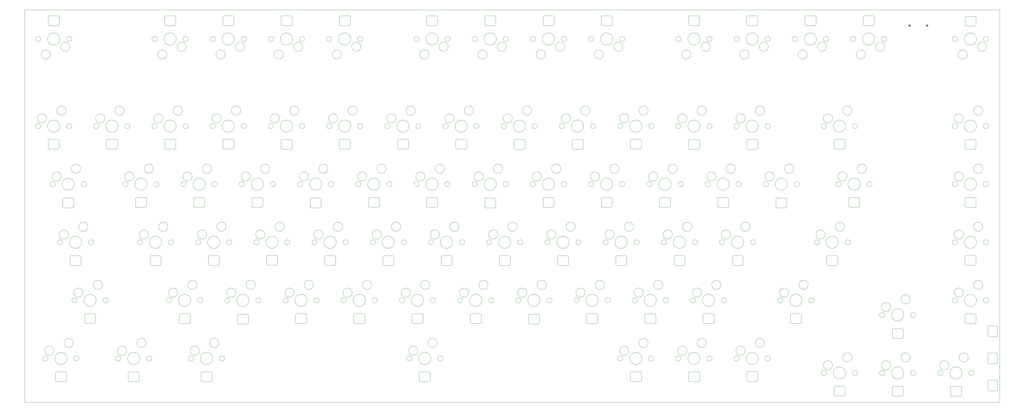
<source format=gbr>
%TF.GenerationSoftware,KiCad,Pcbnew,8.0.8*%
%TF.CreationDate,2025-06-29T14:56:53+08:00*%
%TF.ProjectId,KeyBoard,4b657942-6f61-4726-942e-6b696361645f,rev?*%
%TF.SameCoordinates,Original*%
%TF.FileFunction,Profile,NP*%
%FSLAX46Y46*%
G04 Gerber Fmt 4.6, Leading zero omitted, Abs format (unit mm)*
G04 Created by KiCad (PCBNEW 8.0.8) date 2025-06-29 14:56:53*
%MOMM*%
%LPD*%
G01*
G04 APERTURE LIST*
%TA.AperFunction,Profile*%
%ADD10C,0.050000*%
%TD*%
%TA.AperFunction,Profile*%
%ADD11C,0.000000*%
%TD*%
G04 APERTURE END LIST*
D10*
X307311200Y-2525900D02*
X626461200Y-2525900D01*
X626461200Y-131175900D01*
X307311200Y-131175900D01*
X307311200Y-2525900D01*
%TO.C,KEY42*%
X422170550Y-78749600D02*
G75*
G02*
X420468750Y-78749600I-850900J0D01*
G01*
X420468750Y-78749600D02*
G75*
G02*
X422170550Y-78749600I850900J0D01*
G01*
X424099650Y-76209600D02*
G75*
G02*
X421099650Y-76209600I-1500000J0D01*
G01*
X421099650Y-76209600D02*
G75*
G02*
X424099650Y-76209600I1500000J0D01*
G01*
X428399650Y-78749600D02*
G75*
G02*
X424399650Y-78749600I-2000000J0D01*
G01*
X424399650Y-78749600D02*
G75*
G02*
X428399650Y-78749600I2000000J0D01*
G01*
X430439650Y-73669600D02*
G75*
G02*
X427439650Y-73669600I-1500000J0D01*
G01*
X427439650Y-73669600D02*
G75*
G02*
X430439650Y-73669600I1500000J0D01*
G01*
X432330550Y-78749600D02*
G75*
G02*
X430628750Y-78749600I-850900J0D01*
G01*
X430628750Y-78749600D02*
G75*
G02*
X432330550Y-78749600I850900J0D01*
G01*
%TO.C,KEY10*%
X541232700Y-12074400D02*
G75*
G02*
X539530900Y-12074400I-850900J0D01*
G01*
X539530900Y-12074400D02*
G75*
G02*
X541232700Y-12074400I850900J0D01*
G01*
X544421800Y-17154400D02*
G75*
G02*
X541421800Y-17154400I-1500000J0D01*
G01*
X541421800Y-17154400D02*
G75*
G02*
X544421800Y-17154400I1500000J0D01*
G01*
X547461800Y-12074400D02*
G75*
G02*
X543461800Y-12074400I-2000000J0D01*
G01*
X543461800Y-12074400D02*
G75*
G02*
X547461800Y-12074400I2000000J0D01*
G01*
X550761800Y-14614400D02*
G75*
G02*
X547761800Y-14614400I-1500000J0D01*
G01*
X547761800Y-14614400D02*
G75*
G02*
X550761800Y-14614400I1500000J0D01*
G01*
X551392700Y-12074400D02*
G75*
G02*
X549690900Y-12074400I-850900J0D01*
G01*
X549690900Y-12074400D02*
G75*
G02*
X551392700Y-12074400I850900J0D01*
G01*
%TO.C,KEY3*%
X612670550Y-40649600D02*
G75*
G02*
X610968750Y-40649600I-850900J0D01*
G01*
X610968750Y-40649600D02*
G75*
G02*
X612670550Y-40649600I850900J0D01*
G01*
X614599650Y-38109600D02*
G75*
G02*
X611599650Y-38109600I-1500000J0D01*
G01*
X611599650Y-38109600D02*
G75*
G02*
X614599650Y-38109600I1500000J0D01*
G01*
X618899650Y-40649600D02*
G75*
G02*
X614899650Y-40649600I-2000000J0D01*
G01*
X614899650Y-40649600D02*
G75*
G02*
X618899650Y-40649600I2000000J0D01*
G01*
X620939650Y-35569600D02*
G75*
G02*
X617939650Y-35569600I-1500000J0D01*
G01*
X617939650Y-35569600D02*
G75*
G02*
X620939650Y-35569600I1500000J0D01*
G01*
X622830550Y-40649600D02*
G75*
G02*
X621128750Y-40649600I-850900J0D01*
G01*
X621128750Y-40649600D02*
G75*
G02*
X622830550Y-40649600I850900J0D01*
G01*
%TO.C,KEY47*%
X388832675Y-12074400D02*
G75*
G02*
X387130875Y-12074400I-850900J0D01*
G01*
X387130875Y-12074400D02*
G75*
G02*
X388832675Y-12074400I850900J0D01*
G01*
X392021775Y-17154400D02*
G75*
G02*
X389021775Y-17154400I-1500000J0D01*
G01*
X389021775Y-17154400D02*
G75*
G02*
X392021775Y-17154400I1500000J0D01*
G01*
X395061775Y-12074400D02*
G75*
G02*
X391061775Y-12074400I-2000000J0D01*
G01*
X391061775Y-12074400D02*
G75*
G02*
X395061775Y-12074400I2000000J0D01*
G01*
X398361775Y-14614400D02*
G75*
G02*
X395361775Y-14614400I-1500000J0D01*
G01*
X395361775Y-14614400D02*
G75*
G02*
X398361775Y-14614400I1500000J0D01*
G01*
X398992675Y-12074400D02*
G75*
G02*
X397290875Y-12074400I-850900J0D01*
G01*
X397290875Y-12074400D02*
G75*
G02*
X398992675Y-12074400I850900J0D01*
G01*
%TO.C,KEY77*%
X588857550Y-102562300D02*
G75*
G02*
X587155750Y-102562300I-850900J0D01*
G01*
X587155750Y-102562300D02*
G75*
G02*
X588857550Y-102562300I850900J0D01*
G01*
X590786650Y-100022300D02*
G75*
G02*
X587786650Y-100022300I-1500000J0D01*
G01*
X587786650Y-100022300D02*
G75*
G02*
X590786650Y-100022300I1500000J0D01*
G01*
X595086650Y-102562300D02*
G75*
G02*
X591086650Y-102562300I-2000000J0D01*
G01*
X591086650Y-102562300D02*
G75*
G02*
X595086650Y-102562300I2000000J0D01*
G01*
X597126650Y-97482300D02*
G75*
G02*
X594126650Y-97482300I-1500000J0D01*
G01*
X594126650Y-97482300D02*
G75*
G02*
X597126650Y-97482300I1500000J0D01*
G01*
X599017550Y-102562300D02*
G75*
G02*
X597315750Y-102562300I-850900J0D01*
G01*
X597315750Y-102562300D02*
G75*
G02*
X599017550Y-102562300I850900J0D01*
G01*
%TO.C,KEY76*%
X507895550Y-97799800D02*
G75*
G02*
X506193750Y-97799800I-850900J0D01*
G01*
X506193750Y-97799800D02*
G75*
G02*
X507895550Y-97799800I850900J0D01*
G01*
X509824650Y-95259800D02*
G75*
G02*
X506824650Y-95259800I-1500000J0D01*
G01*
X506824650Y-95259800D02*
G75*
G02*
X509824650Y-95259800I1500000J0D01*
G01*
X514124650Y-97799800D02*
G75*
G02*
X510124650Y-97799800I-2000000J0D01*
G01*
X510124650Y-97799800D02*
G75*
G02*
X514124650Y-97799800I2000000J0D01*
G01*
X516164650Y-92719800D02*
G75*
G02*
X513164650Y-92719800I-1500000J0D01*
G01*
X513164650Y-92719800D02*
G75*
G02*
X516164650Y-92719800I1500000J0D01*
G01*
X518055550Y-97799800D02*
G75*
G02*
X516353750Y-97799800I-850900J0D01*
G01*
X516353750Y-97799800D02*
G75*
G02*
X518055550Y-97799800I850900J0D01*
G01*
%TO.C,KEY53*%
X393595050Y-97799800D02*
G75*
G02*
X391893250Y-97799800I-850900J0D01*
G01*
X391893250Y-97799800D02*
G75*
G02*
X393595050Y-97799800I850900J0D01*
G01*
X395524150Y-95259800D02*
G75*
G02*
X392524150Y-95259800I-1500000J0D01*
G01*
X392524150Y-95259800D02*
G75*
G02*
X395524150Y-95259800I1500000J0D01*
G01*
X399824150Y-97799800D02*
G75*
G02*
X395824150Y-97799800I-2000000J0D01*
G01*
X395824150Y-97799800D02*
G75*
G02*
X399824150Y-97799800I2000000J0D01*
G01*
X401864150Y-92719800D02*
G75*
G02*
X398864150Y-92719800I-1500000J0D01*
G01*
X398864150Y-92719800D02*
G75*
G02*
X401864150Y-92719800I1500000J0D01*
G01*
X403755050Y-97799800D02*
G75*
G02*
X402053250Y-97799800I-850900J0D01*
G01*
X402053250Y-97799800D02*
G75*
G02*
X403755050Y-97799800I850900J0D01*
G01*
%TO.C,KEY61*%
X355495050Y-97799800D02*
G75*
G02*
X353793250Y-97799800I-850900J0D01*
G01*
X353793250Y-97799800D02*
G75*
G02*
X355495050Y-97799800I850900J0D01*
G01*
X357424150Y-95259800D02*
G75*
G02*
X354424150Y-95259800I-1500000J0D01*
G01*
X354424150Y-95259800D02*
G75*
G02*
X357424150Y-95259800I1500000J0D01*
G01*
X361724150Y-97799800D02*
G75*
G02*
X357724150Y-97799800I-2000000J0D01*
G01*
X357724150Y-97799800D02*
G75*
G02*
X361724150Y-97799800I2000000J0D01*
G01*
X363764150Y-92719800D02*
G75*
G02*
X360764150Y-92719800I-1500000J0D01*
G01*
X360764150Y-92719800D02*
G75*
G02*
X363764150Y-92719800I1500000J0D01*
G01*
X365655050Y-97799800D02*
G75*
G02*
X363953250Y-97799800I-850900J0D01*
G01*
X363953250Y-97799800D02*
G75*
G02*
X365655050Y-97799800I850900J0D01*
G01*
%TO.C,KEY13*%
X569807550Y-40649600D02*
G75*
G02*
X568105750Y-40649600I-850900J0D01*
G01*
X568105750Y-40649600D02*
G75*
G02*
X569807550Y-40649600I850900J0D01*
G01*
X571736650Y-38109600D02*
G75*
G02*
X568736650Y-38109600I-1500000J0D01*
G01*
X568736650Y-38109600D02*
G75*
G02*
X571736650Y-38109600I1500000J0D01*
G01*
X576036650Y-40649600D02*
G75*
G02*
X572036650Y-40649600I-2000000J0D01*
G01*
X572036650Y-40649600D02*
G75*
G02*
X576036650Y-40649600I2000000J0D01*
G01*
X578076650Y-35569600D02*
G75*
G02*
X575076650Y-35569600I-1500000J0D01*
G01*
X575076650Y-35569600D02*
G75*
G02*
X578076650Y-35569600I1500000J0D01*
G01*
X579967550Y-40649600D02*
G75*
G02*
X578265750Y-40649600I-850900J0D01*
G01*
X578265750Y-40649600D02*
G75*
G02*
X579967550Y-40649600I850900J0D01*
G01*
%TO.C,KEY45*%
X350732675Y-12074400D02*
G75*
G02*
X349030875Y-12074400I-850900J0D01*
G01*
X349030875Y-12074400D02*
G75*
G02*
X350732675Y-12074400I850900J0D01*
G01*
X353921775Y-17154400D02*
G75*
G02*
X350921775Y-17154400I-1500000J0D01*
G01*
X350921775Y-17154400D02*
G75*
G02*
X353921775Y-17154400I1500000J0D01*
G01*
X356961775Y-12074400D02*
G75*
G02*
X352961775Y-12074400I-2000000J0D01*
G01*
X352961775Y-12074400D02*
G75*
G02*
X356961775Y-12074400I2000000J0D01*
G01*
X360261775Y-14614400D02*
G75*
G02*
X357261775Y-14614400I-1500000J0D01*
G01*
X357261775Y-14614400D02*
G75*
G02*
X360261775Y-14614400I1500000J0D01*
G01*
X360892675Y-12074400D02*
G75*
G02*
X359190875Y-12074400I-850900J0D01*
G01*
X359190875Y-12074400D02*
G75*
G02*
X360892675Y-12074400I850900J0D01*
G01*
%TO.C,KEY35*%
X469795550Y-97799800D02*
G75*
G02*
X468093750Y-97799800I-850900J0D01*
G01*
X468093750Y-97799800D02*
G75*
G02*
X469795550Y-97799800I850900J0D01*
G01*
X471724650Y-95259800D02*
G75*
G02*
X468724650Y-95259800I-1500000J0D01*
G01*
X468724650Y-95259800D02*
G75*
G02*
X471724650Y-95259800I1500000J0D01*
G01*
X476024650Y-97799800D02*
G75*
G02*
X472024650Y-97799800I-2000000J0D01*
G01*
X472024650Y-97799800D02*
G75*
G02*
X476024650Y-97799800I2000000J0D01*
G01*
X478064650Y-92719800D02*
G75*
G02*
X475064650Y-92719800I-1500000J0D01*
G01*
X475064650Y-92719800D02*
G75*
G02*
X478064650Y-92719800I1500000J0D01*
G01*
X479955550Y-97799800D02*
G75*
G02*
X478253750Y-97799800I-850900J0D01*
G01*
X478253750Y-97799800D02*
G75*
G02*
X479955550Y-97799800I850900J0D01*
G01*
%TO.C,KEY4*%
X612669975Y-12074400D02*
G75*
G02*
X610968175Y-12074400I-850900J0D01*
G01*
X610968175Y-12074400D02*
G75*
G02*
X612669975Y-12074400I850900J0D01*
G01*
X615859075Y-17154400D02*
G75*
G02*
X612859075Y-17154400I-1500000J0D01*
G01*
X612859075Y-17154400D02*
G75*
G02*
X615859075Y-17154400I1500000J0D01*
G01*
X618899075Y-12074400D02*
G75*
G02*
X614899075Y-12074400I-2000000J0D01*
G01*
X614899075Y-12074400D02*
G75*
G02*
X618899075Y-12074400I2000000J0D01*
G01*
X622199075Y-14614400D02*
G75*
G02*
X619199075Y-14614400I-1500000J0D01*
G01*
X619199075Y-14614400D02*
G75*
G02*
X622199075Y-14614400I1500000J0D01*
G01*
X622829975Y-12074400D02*
G75*
G02*
X621128175Y-12074400I-850900J0D01*
G01*
X621128175Y-12074400D02*
G75*
G02*
X622829975Y-12074400I850900J0D01*
G01*
%TO.C,KEY34*%
X479320550Y-78749600D02*
G75*
G02*
X477618750Y-78749600I-850900J0D01*
G01*
X477618750Y-78749600D02*
G75*
G02*
X479320550Y-78749600I850900J0D01*
G01*
X481249650Y-76209600D02*
G75*
G02*
X478249650Y-76209600I-1500000J0D01*
G01*
X478249650Y-76209600D02*
G75*
G02*
X481249650Y-76209600I1500000J0D01*
G01*
X485549650Y-78749600D02*
G75*
G02*
X481549650Y-78749600I-2000000J0D01*
G01*
X481549650Y-78749600D02*
G75*
G02*
X485549650Y-78749600I2000000J0D01*
G01*
X487589650Y-73669600D02*
G75*
G02*
X484589650Y-73669600I-1500000J0D01*
G01*
X484589650Y-73669600D02*
G75*
G02*
X487589650Y-73669600I1500000J0D01*
G01*
X489480550Y-78749600D02*
G75*
G02*
X487778750Y-78749600I-850900J0D01*
G01*
X487778750Y-78749600D02*
G75*
G02*
X489480550Y-78749600I850900J0D01*
G01*
%TO.C,KEY28*%
X493607700Y-12074400D02*
G75*
G02*
X491905900Y-12074400I-850900J0D01*
G01*
X491905900Y-12074400D02*
G75*
G02*
X493607700Y-12074400I850900J0D01*
G01*
X496796800Y-17154400D02*
G75*
G02*
X493796800Y-17154400I-1500000J0D01*
G01*
X493796800Y-17154400D02*
G75*
G02*
X496796800Y-17154400I1500000J0D01*
G01*
X499836800Y-12074400D02*
G75*
G02*
X495836800Y-12074400I-2000000J0D01*
G01*
X495836800Y-12074400D02*
G75*
G02*
X499836800Y-12074400I2000000J0D01*
G01*
X503136800Y-14614400D02*
G75*
G02*
X500136800Y-14614400I-1500000J0D01*
G01*
X500136800Y-14614400D02*
G75*
G02*
X503136800Y-14614400I1500000J0D01*
G01*
X503767700Y-12074400D02*
G75*
G02*
X502065900Y-12074400I-850900J0D01*
G01*
X502065900Y-12074400D02*
G75*
G02*
X503767700Y-12074400I850900J0D01*
G01*
%TO.C,KEY59*%
X379307550Y-59699600D02*
G75*
G02*
X377605750Y-59699600I-850900J0D01*
G01*
X377605750Y-59699600D02*
G75*
G02*
X379307550Y-59699600I850900J0D01*
G01*
X381236650Y-57159600D02*
G75*
G02*
X378236650Y-57159600I-1500000J0D01*
G01*
X378236650Y-57159600D02*
G75*
G02*
X381236650Y-57159600I1500000J0D01*
G01*
X385536650Y-59699600D02*
G75*
G02*
X381536650Y-59699600I-2000000J0D01*
G01*
X381536650Y-59699600D02*
G75*
G02*
X385536650Y-59699600I2000000J0D01*
G01*
X387576650Y-54619600D02*
G75*
G02*
X384576650Y-54619600I-1500000J0D01*
G01*
X384576650Y-54619600D02*
G75*
G02*
X387576650Y-54619600I1500000J0D01*
G01*
X389467550Y-59699600D02*
G75*
G02*
X387765750Y-59699600I-850900J0D01*
G01*
X387765750Y-59699600D02*
G75*
G02*
X389467550Y-59699600I850900J0D01*
G01*
%TO.C,KEY64*%
X350732550Y-40649600D02*
G75*
G02*
X349030750Y-40649600I-850900J0D01*
G01*
X349030750Y-40649600D02*
G75*
G02*
X350732550Y-40649600I850900J0D01*
G01*
X352661650Y-38109600D02*
G75*
G02*
X349661650Y-38109600I-1500000J0D01*
G01*
X349661650Y-38109600D02*
G75*
G02*
X352661650Y-38109600I1500000J0D01*
G01*
X356961650Y-40649600D02*
G75*
G02*
X352961650Y-40649600I-2000000J0D01*
G01*
X352961650Y-40649600D02*
G75*
G02*
X356961650Y-40649600I2000000J0D01*
G01*
X359001650Y-35569600D02*
G75*
G02*
X356001650Y-35569600I-1500000J0D01*
G01*
X356001650Y-35569600D02*
G75*
G02*
X359001650Y-35569600I1500000J0D01*
G01*
X360892550Y-40649600D02*
G75*
G02*
X359190750Y-40649600I-850900J0D01*
G01*
X359190750Y-40649600D02*
G75*
G02*
X360892550Y-40649600I850900J0D01*
G01*
%TO.C,KEY5*%
X612670550Y-97799800D02*
G75*
G02*
X610968750Y-97799800I-850900J0D01*
G01*
X610968750Y-97799800D02*
G75*
G02*
X612670550Y-97799800I850900J0D01*
G01*
X614599650Y-95259800D02*
G75*
G02*
X611599650Y-95259800I-1500000J0D01*
G01*
X611599650Y-95259800D02*
G75*
G02*
X614599650Y-95259800I1500000J0D01*
G01*
X618899650Y-97799800D02*
G75*
G02*
X614899650Y-97799800I-2000000J0D01*
G01*
X614899650Y-97799800D02*
G75*
G02*
X618899650Y-97799800I2000000J0D01*
G01*
X620939650Y-92719800D02*
G75*
G02*
X617939650Y-92719800I-1500000J0D01*
G01*
X617939650Y-92719800D02*
G75*
G02*
X620939650Y-92719800I1500000J0D01*
G01*
X622830550Y-97799800D02*
G75*
G02*
X621128750Y-97799800I-850900J0D01*
G01*
X621128750Y-97799800D02*
G75*
G02*
X622830550Y-97799800I850900J0D01*
G01*
%TO.C,KEY73*%
X434076550Y-116849780D02*
G75*
G02*
X432374750Y-116849780I-850900J0D01*
G01*
X432374750Y-116849780D02*
G75*
G02*
X434076550Y-116849780I850900J0D01*
G01*
X436005650Y-114309780D02*
G75*
G02*
X433005650Y-114309780I-1500000J0D01*
G01*
X433005650Y-114309780D02*
G75*
G02*
X436005650Y-114309780I1500000J0D01*
G01*
X440305650Y-116849780D02*
G75*
G02*
X436305650Y-116849780I-2000000J0D01*
G01*
X436305650Y-116849780D02*
G75*
G02*
X440305650Y-116849780I2000000J0D01*
G01*
X442345650Y-111769780D02*
G75*
G02*
X439345650Y-111769780I-1500000J0D01*
G01*
X439345650Y-111769780D02*
G75*
G02*
X442345650Y-111769780I1500000J0D01*
G01*
X444236550Y-116849780D02*
G75*
G02*
X442534750Y-116849780I-850900J0D01*
G01*
X442534750Y-116849780D02*
G75*
G02*
X444236550Y-116849780I850900J0D01*
G01*
%TO.C,KEY63*%
X360257550Y-59699600D02*
G75*
G02*
X358555750Y-59699600I-850900J0D01*
G01*
X358555750Y-59699600D02*
G75*
G02*
X360257550Y-59699600I850900J0D01*
G01*
X362186650Y-57159600D02*
G75*
G02*
X359186650Y-57159600I-1500000J0D01*
G01*
X359186650Y-57159600D02*
G75*
G02*
X362186650Y-57159600I1500000J0D01*
G01*
X366486650Y-59699600D02*
G75*
G02*
X362486650Y-59699600I-2000000J0D01*
G01*
X362486650Y-59699600D02*
G75*
G02*
X366486650Y-59699600I2000000J0D01*
G01*
X368526650Y-54619600D02*
G75*
G02*
X365526650Y-54619600I-1500000J0D01*
G01*
X365526650Y-54619600D02*
G75*
G02*
X368526650Y-54619600I1500000J0D01*
G01*
X370417550Y-59699600D02*
G75*
G02*
X368715750Y-59699600I-850900J0D01*
G01*
X368715750Y-59699600D02*
G75*
G02*
X370417550Y-59699600I850900J0D01*
G01*
%TO.C,KEY29*%
X484082550Y-40649600D02*
G75*
G02*
X482380750Y-40649600I-850900J0D01*
G01*
X482380750Y-40649600D02*
G75*
G02*
X484082550Y-40649600I850900J0D01*
G01*
X486011650Y-38109600D02*
G75*
G02*
X483011650Y-38109600I-1500000J0D01*
G01*
X483011650Y-38109600D02*
G75*
G02*
X486011650Y-38109600I1500000J0D01*
G01*
X490311650Y-40649600D02*
G75*
G02*
X486311650Y-40649600I-2000000J0D01*
G01*
X486311650Y-40649600D02*
G75*
G02*
X490311650Y-40649600I2000000J0D01*
G01*
X492351650Y-35569600D02*
G75*
G02*
X489351650Y-35569600I-1500000J0D01*
G01*
X489351650Y-35569600D02*
G75*
G02*
X492351650Y-35569600I1500000J0D01*
G01*
X494242550Y-40649600D02*
G75*
G02*
X492540750Y-40649600I-850900J0D01*
G01*
X492540750Y-40649600D02*
G75*
G02*
X494242550Y-40649600I850900J0D01*
G01*
%TO.C,KEY41*%
X431695550Y-97799800D02*
G75*
G02*
X429993750Y-97799800I-850900J0D01*
G01*
X429993750Y-97799800D02*
G75*
G02*
X431695550Y-97799800I850900J0D01*
G01*
X433624650Y-95259800D02*
G75*
G02*
X430624650Y-95259800I-1500000J0D01*
G01*
X430624650Y-95259800D02*
G75*
G02*
X433624650Y-95259800I1500000J0D01*
G01*
X437924650Y-97799800D02*
G75*
G02*
X433924650Y-97799800I-2000000J0D01*
G01*
X433924650Y-97799800D02*
G75*
G02*
X437924650Y-97799800I2000000J0D01*
G01*
X439964650Y-92719800D02*
G75*
G02*
X436964650Y-92719800I-1500000J0D01*
G01*
X436964650Y-92719800D02*
G75*
G02*
X439964650Y-92719800I1500000J0D01*
G01*
X441855550Y-97799800D02*
G75*
G02*
X440153750Y-97799800I-850900J0D01*
G01*
X440153750Y-97799800D02*
G75*
G02*
X441855550Y-97799800I850900J0D01*
G01*
%TO.C,KEY49*%
X412645550Y-97799800D02*
G75*
G02*
X410943750Y-97799800I-850900J0D01*
G01*
X410943750Y-97799800D02*
G75*
G02*
X412645550Y-97799800I850900J0D01*
G01*
X414574650Y-95259800D02*
G75*
G02*
X411574650Y-95259800I-1500000J0D01*
G01*
X411574650Y-95259800D02*
G75*
G02*
X414574650Y-95259800I1500000J0D01*
G01*
X418874650Y-97799800D02*
G75*
G02*
X414874650Y-97799800I-2000000J0D01*
G01*
X414874650Y-97799800D02*
G75*
G02*
X418874650Y-97799800I2000000J0D01*
G01*
X420914650Y-92719800D02*
G75*
G02*
X417914650Y-92719800I-1500000J0D01*
G01*
X417914650Y-92719800D02*
G75*
G02*
X420914650Y-92719800I1500000J0D01*
G01*
X422805550Y-97799800D02*
G75*
G02*
X421103750Y-97799800I-850900J0D01*
G01*
X421103750Y-97799800D02*
G75*
G02*
X422805550Y-97799800I850900J0D01*
G01*
%TO.C,KEY54*%
X384070050Y-78749600D02*
G75*
G02*
X382368250Y-78749600I-850900J0D01*
G01*
X382368250Y-78749600D02*
G75*
G02*
X384070050Y-78749600I850900J0D01*
G01*
X385999150Y-76209600D02*
G75*
G02*
X382999150Y-76209600I-1500000J0D01*
G01*
X382999150Y-76209600D02*
G75*
G02*
X385999150Y-76209600I1500000J0D01*
G01*
X390299150Y-78749600D02*
G75*
G02*
X386299150Y-78749600I-2000000J0D01*
G01*
X386299150Y-78749600D02*
G75*
G02*
X390299150Y-78749600I2000000J0D01*
G01*
X392339150Y-73669600D02*
G75*
G02*
X389339150Y-73669600I-1500000J0D01*
G01*
X389339150Y-73669600D02*
G75*
G02*
X392339150Y-73669600I1500000J0D01*
G01*
X394230050Y-78749600D02*
G75*
G02*
X392528250Y-78749600I-850900J0D01*
G01*
X392528250Y-78749600D02*
G75*
G02*
X394230050Y-78749600I850900J0D01*
G01*
%TO.C,KEY2*%
X612670550Y-59699600D02*
G75*
G02*
X610968750Y-59699600I-850900J0D01*
G01*
X610968750Y-59699600D02*
G75*
G02*
X612670550Y-59699600I850900J0D01*
G01*
X614599650Y-57159600D02*
G75*
G02*
X611599650Y-57159600I-1500000J0D01*
G01*
X611599650Y-57159600D02*
G75*
G02*
X614599650Y-57159600I1500000J0D01*
G01*
X618899650Y-59699600D02*
G75*
G02*
X614899650Y-59699600I-2000000J0D01*
G01*
X614899650Y-59699600D02*
G75*
G02*
X618899650Y-59699600I2000000J0D01*
G01*
X620939650Y-54619600D02*
G75*
G02*
X617939650Y-54619600I-1500000J0D01*
G01*
X617939650Y-54619600D02*
G75*
G02*
X620939650Y-54619600I1500000J0D01*
G01*
X622830550Y-59699600D02*
G75*
G02*
X621128750Y-59699600I-850900J0D01*
G01*
X621128750Y-59699600D02*
G75*
G02*
X622830550Y-59699600I850900J0D01*
G01*
%TO.C,KEY24*%
X498370550Y-78749600D02*
G75*
G02*
X496668750Y-78749600I-850900J0D01*
G01*
X496668750Y-78749600D02*
G75*
G02*
X498370550Y-78749600I850900J0D01*
G01*
X500299650Y-76209600D02*
G75*
G02*
X497299650Y-76209600I-1500000J0D01*
G01*
X497299650Y-76209600D02*
G75*
G02*
X500299650Y-76209600I1500000J0D01*
G01*
X504599650Y-78749600D02*
G75*
G02*
X500599650Y-78749600I-2000000J0D01*
G01*
X500599650Y-78749600D02*
G75*
G02*
X504599650Y-78749600I2000000J0D01*
G01*
X506639650Y-73669600D02*
G75*
G02*
X503639650Y-73669600I-1500000J0D01*
G01*
X503639650Y-73669600D02*
G75*
G02*
X506639650Y-73669600I1500000J0D01*
G01*
X508530550Y-78749600D02*
G75*
G02*
X506828750Y-78749600I-850900J0D01*
G01*
X506828750Y-78749600D02*
G75*
G02*
X508530550Y-78749600I850900J0D01*
G01*
%TO.C,KEY69*%
X362638850Y-116849780D02*
G75*
G02*
X360937050Y-116849780I-850900J0D01*
G01*
X360937050Y-116849780D02*
G75*
G02*
X362638850Y-116849780I850900J0D01*
G01*
X364567950Y-114309780D02*
G75*
G02*
X361567950Y-114309780I-1500000J0D01*
G01*
X361567950Y-114309780D02*
G75*
G02*
X364567950Y-114309780I1500000J0D01*
G01*
X368867950Y-116849780D02*
G75*
G02*
X364867950Y-116849780I-2000000J0D01*
G01*
X364867950Y-116849780D02*
G75*
G02*
X368867950Y-116849780I2000000J0D01*
G01*
X370907950Y-111769780D02*
G75*
G02*
X367907950Y-111769780I-1500000J0D01*
G01*
X367907950Y-111769780D02*
G75*
G02*
X370907950Y-111769780I1500000J0D01*
G01*
X372798850Y-116849780D02*
G75*
G02*
X371097050Y-116849780I-850900J0D01*
G01*
X371097050Y-116849780D02*
G75*
G02*
X372798850Y-116849780I850900J0D01*
G01*
%TO.C,KEY71*%
X315013950Y-116849780D02*
G75*
G02*
X313312150Y-116849780I-850900J0D01*
G01*
X313312150Y-116849780D02*
G75*
G02*
X315013950Y-116849780I850900J0D01*
G01*
X316943050Y-114309780D02*
G75*
G02*
X313943050Y-114309780I-1500000J0D01*
G01*
X313943050Y-114309780D02*
G75*
G02*
X316943050Y-114309780I1500000J0D01*
G01*
X321243050Y-116849780D02*
G75*
G02*
X317243050Y-116849780I-2000000J0D01*
G01*
X317243050Y-116849780D02*
G75*
G02*
X321243050Y-116849780I2000000J0D01*
G01*
X323283050Y-111769780D02*
G75*
G02*
X320283050Y-111769780I-1500000J0D01*
G01*
X320283050Y-111769780D02*
G75*
G02*
X323283050Y-111769780I1500000J0D01*
G01*
X325173950Y-116849780D02*
G75*
G02*
X323472150Y-116849780I-850900J0D01*
G01*
X323472150Y-116849780D02*
G75*
G02*
X325173950Y-116849780I850900J0D01*
G01*
%TO.C,KEY1*%
X612670550Y-78749600D02*
G75*
G02*
X610968750Y-78749600I-850900J0D01*
G01*
X610968750Y-78749600D02*
G75*
G02*
X612670550Y-78749600I850900J0D01*
G01*
X614599650Y-76209600D02*
G75*
G02*
X611599650Y-76209600I-1500000J0D01*
G01*
X611599650Y-76209600D02*
G75*
G02*
X614599650Y-76209600I1500000J0D01*
G01*
X618899650Y-78749600D02*
G75*
G02*
X614899650Y-78749600I-2000000J0D01*
G01*
X614899650Y-78749600D02*
G75*
G02*
X618899650Y-78749600I2000000J0D01*
G01*
X620939650Y-73669600D02*
G75*
G02*
X617939650Y-73669600I-1500000J0D01*
G01*
X617939650Y-73669600D02*
G75*
G02*
X620939650Y-73669600I1500000J0D01*
G01*
X622830550Y-78749600D02*
G75*
G02*
X621128750Y-78749600I-850900J0D01*
G01*
X621128750Y-78749600D02*
G75*
G02*
X622830550Y-78749600I850900J0D01*
G01*
%TO.C,KEY81*%
X341207550Y-59699600D02*
G75*
G02*
X339505750Y-59699600I-850900J0D01*
G01*
X339505750Y-59699600D02*
G75*
G02*
X341207550Y-59699600I850900J0D01*
G01*
X343136650Y-57159600D02*
G75*
G02*
X340136650Y-57159600I-1500000J0D01*
G01*
X340136650Y-57159600D02*
G75*
G02*
X343136650Y-57159600I1500000J0D01*
G01*
X347436650Y-59699600D02*
G75*
G02*
X343436650Y-59699600I-2000000J0D01*
G01*
X343436650Y-59699600D02*
G75*
G02*
X347436650Y-59699600I2000000J0D01*
G01*
X349476650Y-54619600D02*
G75*
G02*
X346476650Y-54619600I-1500000J0D01*
G01*
X346476650Y-54619600D02*
G75*
G02*
X349476650Y-54619600I1500000J0D01*
G01*
X351367550Y-59699600D02*
G75*
G02*
X349665750Y-59699600I-850900J0D01*
G01*
X349665750Y-59699600D02*
G75*
G02*
X351367550Y-59699600I850900J0D01*
G01*
%TO.C,KEY62*%
X345970050Y-78749600D02*
G75*
G02*
X344268250Y-78749600I-850900J0D01*
G01*
X344268250Y-78749600D02*
G75*
G02*
X345970050Y-78749600I850900J0D01*
G01*
X347899150Y-76209600D02*
G75*
G02*
X344899150Y-76209600I-1500000J0D01*
G01*
X344899150Y-76209600D02*
G75*
G02*
X347899150Y-76209600I1500000J0D01*
G01*
X352199150Y-78749600D02*
G75*
G02*
X348199150Y-78749600I-2000000J0D01*
G01*
X348199150Y-78749600D02*
G75*
G02*
X352199150Y-78749600I2000000J0D01*
G01*
X354239150Y-73669600D02*
G75*
G02*
X351239150Y-73669600I-1500000J0D01*
G01*
X351239150Y-73669600D02*
G75*
G02*
X354239150Y-73669600I1500000J0D01*
G01*
X356130050Y-78749600D02*
G75*
G02*
X354428250Y-78749600I-850900J0D01*
G01*
X354428250Y-78749600D02*
G75*
G02*
X356130050Y-78749600I850900J0D01*
G01*
%TO.C,KEY66*%
X317395250Y-59699600D02*
G75*
G02*
X315693450Y-59699600I-850900J0D01*
G01*
X315693450Y-59699600D02*
G75*
G02*
X317395250Y-59699600I850900J0D01*
G01*
X319324350Y-57159600D02*
G75*
G02*
X316324350Y-57159600I-1500000J0D01*
G01*
X316324350Y-57159600D02*
G75*
G02*
X319324350Y-57159600I1500000J0D01*
G01*
X323624350Y-59699600D02*
G75*
G02*
X319624350Y-59699600I-2000000J0D01*
G01*
X319624350Y-59699600D02*
G75*
G02*
X323624350Y-59699600I2000000J0D01*
G01*
X325664350Y-54619600D02*
G75*
G02*
X322664350Y-54619600I-1500000J0D01*
G01*
X322664350Y-54619600D02*
G75*
G02*
X325664350Y-54619600I1500000J0D01*
G01*
X327555250Y-59699600D02*
G75*
G02*
X325853450Y-59699600I-850900J0D01*
G01*
X325853450Y-59699600D02*
G75*
G02*
X327555250Y-59699600I850900J0D01*
G01*
%TO.C,KEY15*%
X522182550Y-40649600D02*
G75*
G02*
X520480750Y-40649600I-850900J0D01*
G01*
X520480750Y-40649600D02*
G75*
G02*
X522182550Y-40649600I850900J0D01*
G01*
X524111650Y-38109600D02*
G75*
G02*
X521111650Y-38109600I-1500000J0D01*
G01*
X521111650Y-38109600D02*
G75*
G02*
X524111650Y-38109600I1500000J0D01*
G01*
X528411650Y-40649600D02*
G75*
G02*
X524411650Y-40649600I-2000000J0D01*
G01*
X524411650Y-40649600D02*
G75*
G02*
X528411650Y-40649600I2000000J0D01*
G01*
X530451650Y-35569600D02*
G75*
G02*
X527451650Y-35569600I-1500000J0D01*
G01*
X527451650Y-35569600D02*
G75*
G02*
X530451650Y-35569600I1500000J0D01*
G01*
X532342550Y-40649600D02*
G75*
G02*
X530640750Y-40649600I-850900J0D01*
G01*
X530640750Y-40649600D02*
G75*
G02*
X532342550Y-40649600I850900J0D01*
G01*
%TO.C,KEY30*%
X493607550Y-59699600D02*
G75*
G02*
X491905750Y-59699600I-850900J0D01*
G01*
X491905750Y-59699600D02*
G75*
G02*
X493607550Y-59699600I850900J0D01*
G01*
X495536650Y-57159600D02*
G75*
G02*
X492536650Y-57159600I-1500000J0D01*
G01*
X492536650Y-57159600D02*
G75*
G02*
X495536650Y-57159600I1500000J0D01*
G01*
X499836650Y-59699600D02*
G75*
G02*
X495836650Y-59699600I-2000000J0D01*
G01*
X495836650Y-59699600D02*
G75*
G02*
X499836650Y-59699600I2000000J0D01*
G01*
X501876650Y-54619600D02*
G75*
G02*
X498876650Y-54619600I-1500000J0D01*
G01*
X498876650Y-54619600D02*
G75*
G02*
X501876650Y-54619600I1500000J0D01*
G01*
X503767550Y-59699600D02*
G75*
G02*
X502065750Y-59699600I-850900J0D01*
G01*
X502065750Y-59699600D02*
G75*
G02*
X503767550Y-59699600I850900J0D01*
G01*
%TO.C,KEY9*%
X522182975Y-12074400D02*
G75*
G02*
X520481175Y-12074400I-850900J0D01*
G01*
X520481175Y-12074400D02*
G75*
G02*
X522182975Y-12074400I850900J0D01*
G01*
X525372075Y-17154400D02*
G75*
G02*
X522372075Y-17154400I-1500000J0D01*
G01*
X522372075Y-17154400D02*
G75*
G02*
X525372075Y-17154400I1500000J0D01*
G01*
X528412075Y-12074400D02*
G75*
G02*
X524412075Y-12074400I-2000000J0D01*
G01*
X524412075Y-12074400D02*
G75*
G02*
X528412075Y-12074400I2000000J0D01*
G01*
X531712075Y-14614400D02*
G75*
G02*
X528712075Y-14614400I-1500000J0D01*
G01*
X528712075Y-14614400D02*
G75*
G02*
X531712075Y-14614400I1500000J0D01*
G01*
X532342975Y-12074400D02*
G75*
G02*
X530641175Y-12074400I-850900J0D01*
G01*
X530641175Y-12074400D02*
G75*
G02*
X532342975Y-12074400I850900J0D01*
G01*
%TO.C,KEY14*%
X541232550Y-40649600D02*
G75*
G02*
X539530750Y-40649600I-850900J0D01*
G01*
X539530750Y-40649600D02*
G75*
G02*
X541232550Y-40649600I850900J0D01*
G01*
X543161650Y-38109600D02*
G75*
G02*
X540161650Y-38109600I-1500000J0D01*
G01*
X540161650Y-38109600D02*
G75*
G02*
X543161650Y-38109600I1500000J0D01*
G01*
X547461650Y-40649600D02*
G75*
G02*
X543461650Y-40649600I-2000000J0D01*
G01*
X543461650Y-40649600D02*
G75*
G02*
X547461650Y-40649600I2000000J0D01*
G01*
X549501650Y-35569600D02*
G75*
G02*
X546501650Y-35569600I-1500000J0D01*
G01*
X546501650Y-35569600D02*
G75*
G02*
X549501650Y-35569600I1500000J0D01*
G01*
X551392550Y-40649600D02*
G75*
G02*
X549690750Y-40649600I-850900J0D01*
G01*
X549690750Y-40649600D02*
G75*
G02*
X551392550Y-40649600I850900J0D01*
G01*
%TO.C,KEY72*%
X324538950Y-97799800D02*
G75*
G02*
X322837150Y-97799800I-850900J0D01*
G01*
X322837150Y-97799800D02*
G75*
G02*
X324538950Y-97799800I850900J0D01*
G01*
X326468050Y-95259800D02*
G75*
G02*
X323468050Y-95259800I-1500000J0D01*
G01*
X323468050Y-95259800D02*
G75*
G02*
X326468050Y-95259800I1500000J0D01*
G01*
X330768050Y-97799800D02*
G75*
G02*
X326768050Y-97799800I-2000000J0D01*
G01*
X326768050Y-97799800D02*
G75*
G02*
X330768050Y-97799800I2000000J0D01*
G01*
X332808050Y-92719800D02*
G75*
G02*
X329808050Y-92719800I-1500000J0D01*
G01*
X329808050Y-92719800D02*
G75*
G02*
X332808050Y-92719800I1500000J0D01*
G01*
X334698950Y-97799800D02*
G75*
G02*
X332997150Y-97799800I-850900J0D01*
G01*
X332997150Y-97799800D02*
G75*
G02*
X334698950Y-97799800I850900J0D01*
G01*
%TO.C,KEY38*%
X441220550Y-78749600D02*
G75*
G02*
X439518750Y-78749600I-850900J0D01*
G01*
X439518750Y-78749600D02*
G75*
G02*
X441220550Y-78749600I850900J0D01*
G01*
X443149650Y-76209600D02*
G75*
G02*
X440149650Y-76209600I-1500000J0D01*
G01*
X440149650Y-76209600D02*
G75*
G02*
X443149650Y-76209600I1500000J0D01*
G01*
X447449650Y-78749600D02*
G75*
G02*
X443449650Y-78749600I-2000000J0D01*
G01*
X443449650Y-78749600D02*
G75*
G02*
X447449650Y-78749600I2000000J0D01*
G01*
X449489650Y-73669600D02*
G75*
G02*
X446489650Y-73669600I-1500000J0D01*
G01*
X446489650Y-73669600D02*
G75*
G02*
X449489650Y-73669600I1500000J0D01*
G01*
X451380550Y-78749600D02*
G75*
G02*
X449678750Y-78749600I-850900J0D01*
G01*
X449678750Y-78749600D02*
G75*
G02*
X451380550Y-78749600I850900J0D01*
G01*
%TO.C,KEY36*%
X460270550Y-78749600D02*
G75*
G02*
X458568750Y-78749600I-850900J0D01*
G01*
X458568750Y-78749600D02*
G75*
G02*
X460270550Y-78749600I850900J0D01*
G01*
X462199650Y-76209600D02*
G75*
G02*
X459199650Y-76209600I-1500000J0D01*
G01*
X459199650Y-76209600D02*
G75*
G02*
X462199650Y-76209600I1500000J0D01*
G01*
X466499650Y-78749600D02*
G75*
G02*
X462499650Y-78749600I-2000000J0D01*
G01*
X462499650Y-78749600D02*
G75*
G02*
X466499650Y-78749600I2000000J0D01*
G01*
X468539650Y-73669600D02*
G75*
G02*
X465539650Y-73669600I-1500000J0D01*
G01*
X465539650Y-73669600D02*
G75*
G02*
X468539650Y-73669600I1500000J0D01*
G01*
X470430550Y-78749600D02*
G75*
G02*
X468728750Y-78749600I-850900J0D01*
G01*
X468728750Y-78749600D02*
G75*
G02*
X470430550Y-78749600I850900J0D01*
G01*
%TO.C,KEY57*%
X374545050Y-97799800D02*
G75*
G02*
X372843250Y-97799800I-850900J0D01*
G01*
X372843250Y-97799800D02*
G75*
G02*
X374545050Y-97799800I850900J0D01*
G01*
X376474150Y-95259800D02*
G75*
G02*
X373474150Y-95259800I-1500000J0D01*
G01*
X373474150Y-95259800D02*
G75*
G02*
X376474150Y-95259800I1500000J0D01*
G01*
X380774150Y-97799800D02*
G75*
G02*
X376774150Y-97799800I-2000000J0D01*
G01*
X376774150Y-97799800D02*
G75*
G02*
X380774150Y-97799800I2000000J0D01*
G01*
X382814150Y-92719800D02*
G75*
G02*
X379814150Y-92719800I-1500000J0D01*
G01*
X379814150Y-92719800D02*
G75*
G02*
X382814150Y-92719800I1500000J0D01*
G01*
X384705050Y-97799800D02*
G75*
G02*
X383003250Y-97799800I-850900J0D01*
G01*
X383003250Y-97799800D02*
G75*
G02*
X384705050Y-97799800I850900J0D01*
G01*
%TO.C,KEY60*%
X369782550Y-40649600D02*
G75*
G02*
X368080750Y-40649600I-850900J0D01*
G01*
X368080750Y-40649600D02*
G75*
G02*
X369782550Y-40649600I850900J0D01*
G01*
X371711650Y-38109600D02*
G75*
G02*
X368711650Y-38109600I-1500000J0D01*
G01*
X368711650Y-38109600D02*
G75*
G02*
X371711650Y-38109600I1500000J0D01*
G01*
X376011650Y-40649600D02*
G75*
G02*
X372011650Y-40649600I-2000000J0D01*
G01*
X372011650Y-40649600D02*
G75*
G02*
X376011650Y-40649600I2000000J0D01*
G01*
X378051650Y-35569600D02*
G75*
G02*
X375051650Y-35569600I-1500000J0D01*
G01*
X375051650Y-35569600D02*
G75*
G02*
X378051650Y-35569600I1500000J0D01*
G01*
X379942550Y-40649600D02*
G75*
G02*
X378240750Y-40649600I-850900J0D01*
G01*
X378240750Y-40649600D02*
G75*
G02*
X379942550Y-40649600I850900J0D01*
G01*
%TO.C,KEY16*%
X503132550Y-40649600D02*
G75*
G02*
X501430750Y-40649600I-850900J0D01*
G01*
X501430750Y-40649600D02*
G75*
G02*
X503132550Y-40649600I850900J0D01*
G01*
X505061650Y-38109600D02*
G75*
G02*
X502061650Y-38109600I-1500000J0D01*
G01*
X502061650Y-38109600D02*
G75*
G02*
X505061650Y-38109600I1500000J0D01*
G01*
X509361650Y-40649600D02*
G75*
G02*
X505361650Y-40649600I-2000000J0D01*
G01*
X505361650Y-40649600D02*
G75*
G02*
X509361650Y-40649600I2000000J0D01*
G01*
X511401650Y-35569600D02*
G75*
G02*
X508401650Y-35569600I-1500000J0D01*
G01*
X508401650Y-35569600D02*
G75*
G02*
X511401650Y-35569600I1500000J0D01*
G01*
X513292550Y-40649600D02*
G75*
G02*
X511590750Y-40649600I-850900J0D01*
G01*
X511590750Y-40649600D02*
G75*
G02*
X513292550Y-40649600I850900J0D01*
G01*
%TO.C,KEY82*%
X331682425Y-40649600D02*
G75*
G02*
X329980625Y-40649600I-850900J0D01*
G01*
X329980625Y-40649600D02*
G75*
G02*
X331682425Y-40649600I850900J0D01*
G01*
X333611525Y-38109600D02*
G75*
G02*
X330611525Y-38109600I-1500000J0D01*
G01*
X330611525Y-38109600D02*
G75*
G02*
X333611525Y-38109600I1500000J0D01*
G01*
X337911525Y-40649600D02*
G75*
G02*
X333911525Y-40649600I-2000000J0D01*
G01*
X333911525Y-40649600D02*
G75*
G02*
X337911525Y-40649600I2000000J0D01*
G01*
X339951525Y-35569600D02*
G75*
G02*
X336951525Y-35569600I-1500000J0D01*
G01*
X336951525Y-35569600D02*
G75*
G02*
X339951525Y-35569600I1500000J0D01*
G01*
X341842425Y-40649600D02*
G75*
G02*
X340140625Y-40649600I-850900J0D01*
G01*
X340140625Y-40649600D02*
G75*
G02*
X341842425Y-40649600I850900J0D01*
G01*
%TO.C,KEY20*%
X512657550Y-59699600D02*
G75*
G02*
X510955750Y-59699600I-850900J0D01*
G01*
X510955750Y-59699600D02*
G75*
G02*
X512657550Y-59699600I850900J0D01*
G01*
X514586650Y-57159600D02*
G75*
G02*
X511586650Y-57159600I-1500000J0D01*
G01*
X511586650Y-57159600D02*
G75*
G02*
X514586650Y-57159600I1500000J0D01*
G01*
X518886650Y-59699600D02*
G75*
G02*
X514886650Y-59699600I-2000000J0D01*
G01*
X514886650Y-59699600D02*
G75*
G02*
X518886650Y-59699600I2000000J0D01*
G01*
X520926650Y-54619600D02*
G75*
G02*
X517926650Y-54619600I-1500000J0D01*
G01*
X517926650Y-54619600D02*
G75*
G02*
X520926650Y-54619600I1500000J0D01*
G01*
X522817550Y-59699600D02*
G75*
G02*
X521115750Y-59699600I-850900J0D01*
G01*
X521115750Y-59699600D02*
G75*
G02*
X522817550Y-59699600I850900J0D01*
G01*
%TO.C,KEY40*%
X445982550Y-40649600D02*
G75*
G02*
X444280750Y-40649600I-850900J0D01*
G01*
X444280750Y-40649600D02*
G75*
G02*
X445982550Y-40649600I850900J0D01*
G01*
X447911650Y-38109600D02*
G75*
G02*
X444911650Y-38109600I-1500000J0D01*
G01*
X444911650Y-38109600D02*
G75*
G02*
X447911650Y-38109600I1500000J0D01*
G01*
X452211650Y-40649600D02*
G75*
G02*
X448211650Y-40649600I-2000000J0D01*
G01*
X448211650Y-40649600D02*
G75*
G02*
X452211650Y-40649600I2000000J0D01*
G01*
X454251650Y-35569600D02*
G75*
G02*
X451251650Y-35569600I-1500000J0D01*
G01*
X451251650Y-35569600D02*
G75*
G02*
X454251650Y-35569600I1500000J0D01*
G01*
X456142550Y-40649600D02*
G75*
G02*
X454440750Y-40649600I-850900J0D01*
G01*
X454440750Y-40649600D02*
G75*
G02*
X456142550Y-40649600I850900J0D01*
G01*
%TO.C,KEY78*%
X541232550Y-116849780D02*
G75*
G02*
X539530750Y-116849780I-850900J0D01*
G01*
X539530750Y-116849780D02*
G75*
G02*
X541232550Y-116849780I850900J0D01*
G01*
X543161650Y-114309780D02*
G75*
G02*
X540161650Y-114309780I-1500000J0D01*
G01*
X540161650Y-114309780D02*
G75*
G02*
X543161650Y-114309780I1500000J0D01*
G01*
X547461650Y-116849780D02*
G75*
G02*
X543461650Y-116849780I-2000000J0D01*
G01*
X543461650Y-116849780D02*
G75*
G02*
X547461650Y-116849780I2000000J0D01*
G01*
X549501650Y-111769780D02*
G75*
G02*
X546501650Y-111769780I-1500000J0D01*
G01*
X546501650Y-111769780D02*
G75*
G02*
X549501650Y-111769780I1500000J0D01*
G01*
X551392550Y-116849780D02*
G75*
G02*
X549690750Y-116849780I-850900J0D01*
G01*
X549690750Y-116849780D02*
G75*
G02*
X551392550Y-116849780I850900J0D01*
G01*
%TO.C,KEY23*%
X517420550Y-78749600D02*
G75*
G02*
X515718750Y-78749600I-850900J0D01*
G01*
X515718750Y-78749600D02*
G75*
G02*
X517420550Y-78749600I850900J0D01*
G01*
X519349650Y-76209600D02*
G75*
G02*
X516349650Y-76209600I-1500000J0D01*
G01*
X516349650Y-76209600D02*
G75*
G02*
X519349650Y-76209600I1500000J0D01*
G01*
X523649650Y-78749600D02*
G75*
G02*
X519649650Y-78749600I-2000000J0D01*
G01*
X519649650Y-78749600D02*
G75*
G02*
X523649650Y-78749600I2000000J0D01*
G01*
X525689650Y-73669600D02*
G75*
G02*
X522689650Y-73669600I-1500000J0D01*
G01*
X522689650Y-73669600D02*
G75*
G02*
X525689650Y-73669600I1500000J0D01*
G01*
X527580550Y-78749600D02*
G75*
G02*
X525878750Y-78749600I-850900J0D01*
G01*
X525878750Y-78749600D02*
G75*
G02*
X527580550Y-78749600I850900J0D01*
G01*
%TO.C,KEY75*%
X526945550Y-97799800D02*
G75*
G02*
X525243750Y-97799800I-850900J0D01*
G01*
X525243750Y-97799800D02*
G75*
G02*
X526945550Y-97799800I850900J0D01*
G01*
X528874650Y-95259800D02*
G75*
G02*
X525874650Y-95259800I-1500000J0D01*
G01*
X525874650Y-95259800D02*
G75*
G02*
X528874650Y-95259800I1500000J0D01*
G01*
X533174650Y-97799800D02*
G75*
G02*
X529174650Y-97799800I-2000000J0D01*
G01*
X529174650Y-97799800D02*
G75*
G02*
X533174650Y-97799800I2000000J0D01*
G01*
X535214650Y-92719800D02*
G75*
G02*
X532214650Y-92719800I-1500000J0D01*
G01*
X532214650Y-92719800D02*
G75*
G02*
X535214650Y-92719800I1500000J0D01*
G01*
X537105550Y-97799800D02*
G75*
G02*
X535403750Y-97799800I-850900J0D01*
G01*
X535403750Y-97799800D02*
G75*
G02*
X537105550Y-97799800I850900J0D01*
G01*
%TO.C,KEY65*%
X319776450Y-78749600D02*
G75*
G02*
X318074650Y-78749600I-850900J0D01*
G01*
X318074650Y-78749600D02*
G75*
G02*
X319776450Y-78749600I850900J0D01*
G01*
X321705550Y-76209600D02*
G75*
G02*
X318705550Y-76209600I-1500000J0D01*
G01*
X318705550Y-76209600D02*
G75*
G02*
X321705550Y-76209600I1500000J0D01*
G01*
X326005550Y-78749600D02*
G75*
G02*
X322005550Y-78749600I-2000000J0D01*
G01*
X322005550Y-78749600D02*
G75*
G02*
X326005550Y-78749600I2000000J0D01*
G01*
X328045550Y-73669600D02*
G75*
G02*
X325045550Y-73669600I-1500000J0D01*
G01*
X325045550Y-73669600D02*
G75*
G02*
X328045550Y-73669600I1500000J0D01*
G01*
X329936450Y-78749600D02*
G75*
G02*
X328234650Y-78749600I-850900J0D01*
G01*
X328234650Y-78749600D02*
G75*
G02*
X329936450Y-78749600I850900J0D01*
G01*
%TO.C,KEY48*%
X407881850Y-12074400D02*
G75*
G02*
X406180050Y-12074400I-850900J0D01*
G01*
X406180050Y-12074400D02*
G75*
G02*
X407881850Y-12074400I850900J0D01*
G01*
X411070950Y-17154400D02*
G75*
G02*
X408070950Y-17154400I-1500000J0D01*
G01*
X408070950Y-17154400D02*
G75*
G02*
X411070950Y-17154400I1500000J0D01*
G01*
X414110950Y-12074400D02*
G75*
G02*
X410110950Y-12074400I-2000000J0D01*
G01*
X410110950Y-12074400D02*
G75*
G02*
X414110950Y-12074400I2000000J0D01*
G01*
X417410950Y-14614400D02*
G75*
G02*
X414410950Y-14614400I-1500000J0D01*
G01*
X414410950Y-14614400D02*
G75*
G02*
X417410950Y-14614400I1500000J0D01*
G01*
X418041850Y-12074400D02*
G75*
G02*
X416340050Y-12074400I-850900J0D01*
G01*
X416340050Y-12074400D02*
G75*
G02*
X418041850Y-12074400I850900J0D01*
G01*
%TO.C,KEY27*%
X474557700Y-12074400D02*
G75*
G02*
X472855900Y-12074400I-850900J0D01*
G01*
X472855900Y-12074400D02*
G75*
G02*
X474557700Y-12074400I850900J0D01*
G01*
X477746800Y-17154400D02*
G75*
G02*
X474746800Y-17154400I-1500000J0D01*
G01*
X474746800Y-17154400D02*
G75*
G02*
X477746800Y-17154400I1500000J0D01*
G01*
X480786800Y-12074400D02*
G75*
G02*
X476786800Y-12074400I-2000000J0D01*
G01*
X476786800Y-12074400D02*
G75*
G02*
X480786800Y-12074400I2000000J0D01*
G01*
X484086800Y-14614400D02*
G75*
G02*
X481086800Y-14614400I-1500000J0D01*
G01*
X481086800Y-14614400D02*
G75*
G02*
X484086800Y-14614400I1500000J0D01*
G01*
X484717700Y-12074400D02*
G75*
G02*
X483015900Y-12074400I-850900J0D01*
G01*
X483015900Y-12074400D02*
G75*
G02*
X484717700Y-12074400I850900J0D01*
G01*
%TO.C,KEY33*%
X465032550Y-40649600D02*
G75*
G02*
X463330750Y-40649600I-850900J0D01*
G01*
X463330750Y-40649600D02*
G75*
G02*
X465032550Y-40649600I850900J0D01*
G01*
X466961650Y-38109600D02*
G75*
G02*
X463961650Y-38109600I-1500000J0D01*
G01*
X463961650Y-38109600D02*
G75*
G02*
X466961650Y-38109600I1500000J0D01*
G01*
X471261650Y-40649600D02*
G75*
G02*
X467261650Y-40649600I-2000000J0D01*
G01*
X467261650Y-40649600D02*
G75*
G02*
X471261650Y-40649600I2000000J0D01*
G01*
X473301650Y-35569600D02*
G75*
G02*
X470301650Y-35569600I-1500000J0D01*
G01*
X470301650Y-35569600D02*
G75*
G02*
X473301650Y-35569600I1500000J0D01*
G01*
X475192550Y-40649600D02*
G75*
G02*
X473490750Y-40649600I-850900J0D01*
G01*
X473490750Y-40649600D02*
G75*
G02*
X475192550Y-40649600I850900J0D01*
G01*
%TO.C,KEY80*%
X503132550Y-116849780D02*
G75*
G02*
X501430750Y-116849780I-850900J0D01*
G01*
X501430750Y-116849780D02*
G75*
G02*
X503132550Y-116849780I850900J0D01*
G01*
X505061650Y-114309780D02*
G75*
G02*
X502061650Y-114309780I-1500000J0D01*
G01*
X502061650Y-114309780D02*
G75*
G02*
X505061650Y-114309780I1500000J0D01*
G01*
X509361650Y-116849780D02*
G75*
G02*
X505361650Y-116849780I-2000000J0D01*
G01*
X505361650Y-116849780D02*
G75*
G02*
X509361650Y-116849780I2000000J0D01*
G01*
X511401650Y-111769780D02*
G75*
G02*
X508401650Y-111769780I-1500000J0D01*
G01*
X508401650Y-111769780D02*
G75*
G02*
X511401650Y-111769780I1500000J0D01*
G01*
X513292550Y-116849780D02*
G75*
G02*
X511590750Y-116849780I-850900J0D01*
G01*
X511590750Y-116849780D02*
G75*
G02*
X513292550Y-116849780I850900J0D01*
G01*
%TO.C,KEY25*%
X436457700Y-12074400D02*
G75*
G02*
X434755900Y-12074400I-850900J0D01*
G01*
X434755900Y-12074400D02*
G75*
G02*
X436457700Y-12074400I850900J0D01*
G01*
X439646800Y-17154400D02*
G75*
G02*
X436646800Y-17154400I-1500000J0D01*
G01*
X436646800Y-17154400D02*
G75*
G02*
X439646800Y-17154400I1500000J0D01*
G01*
X442686800Y-12074400D02*
G75*
G02*
X438686800Y-12074400I-2000000J0D01*
G01*
X438686800Y-12074400D02*
G75*
G02*
X442686800Y-12074400I2000000J0D01*
G01*
X445986800Y-14614400D02*
G75*
G02*
X442986800Y-14614400I-1500000J0D01*
G01*
X442986800Y-14614400D02*
G75*
G02*
X445986800Y-14614400I1500000J0D01*
G01*
X446617700Y-12074400D02*
G75*
G02*
X444915900Y-12074400I-850900J0D01*
G01*
X444915900Y-12074400D02*
G75*
G02*
X446617700Y-12074400I850900J0D01*
G01*
%TO.C,KEY31*%
X488845550Y-97799800D02*
G75*
G02*
X487143750Y-97799800I-850900J0D01*
G01*
X487143750Y-97799800D02*
G75*
G02*
X488845550Y-97799800I850900J0D01*
G01*
X490774650Y-95259800D02*
G75*
G02*
X487774650Y-95259800I-1500000J0D01*
G01*
X487774650Y-95259800D02*
G75*
G02*
X490774650Y-95259800I1500000J0D01*
G01*
X495074650Y-97799800D02*
G75*
G02*
X491074650Y-97799800I-2000000J0D01*
G01*
X491074650Y-97799800D02*
G75*
G02*
X495074650Y-97799800I2000000J0D01*
G01*
X497114650Y-92719800D02*
G75*
G02*
X494114650Y-92719800I-1500000J0D01*
G01*
X494114650Y-92719800D02*
G75*
G02*
X497114650Y-92719800I1500000J0D01*
G01*
X499005550Y-97799800D02*
G75*
G02*
X497303750Y-97799800I-850900J0D01*
G01*
X497303750Y-97799800D02*
G75*
G02*
X499005550Y-97799800I850900J0D01*
G01*
%TO.C,KEY70*%
X338826350Y-116849780D02*
G75*
G02*
X337124550Y-116849780I-850900J0D01*
G01*
X337124550Y-116849780D02*
G75*
G02*
X338826350Y-116849780I850900J0D01*
G01*
X340755450Y-114309780D02*
G75*
G02*
X337755450Y-114309780I-1500000J0D01*
G01*
X337755450Y-114309780D02*
G75*
G02*
X340755450Y-114309780I1500000J0D01*
G01*
X345055450Y-116849780D02*
G75*
G02*
X341055450Y-116849780I-2000000J0D01*
G01*
X341055450Y-116849780D02*
G75*
G02*
X345055450Y-116849780I2000000J0D01*
G01*
X347095450Y-111769780D02*
G75*
G02*
X344095450Y-111769780I-1500000J0D01*
G01*
X344095450Y-111769780D02*
G75*
G02*
X347095450Y-111769780I1500000J0D01*
G01*
X348986350Y-116849780D02*
G75*
G02*
X347284550Y-116849780I-850900J0D01*
G01*
X347284550Y-116849780D02*
G75*
G02*
X348986350Y-116849780I850900J0D01*
G01*
%TO.C,KEY56*%
X388832550Y-40649600D02*
G75*
G02*
X387130750Y-40649600I-850900J0D01*
G01*
X387130750Y-40649600D02*
G75*
G02*
X388832550Y-40649600I850900J0D01*
G01*
X390761650Y-38109600D02*
G75*
G02*
X387761650Y-38109600I-1500000J0D01*
G01*
X387761650Y-38109600D02*
G75*
G02*
X390761650Y-38109600I1500000J0D01*
G01*
X395061650Y-40649600D02*
G75*
G02*
X391061650Y-40649600I-2000000J0D01*
G01*
X391061650Y-40649600D02*
G75*
G02*
X395061650Y-40649600I2000000J0D01*
G01*
X397101650Y-35569600D02*
G75*
G02*
X394101650Y-35569600I-1500000J0D01*
G01*
X394101650Y-35569600D02*
G75*
G02*
X397101650Y-35569600I1500000J0D01*
G01*
X398992550Y-40649600D02*
G75*
G02*
X397290750Y-40649600I-850900J0D01*
G01*
X397290750Y-40649600D02*
G75*
G02*
X398992550Y-40649600I850900J0D01*
G01*
%TO.C,KEY12*%
X579332700Y-12074400D02*
G75*
G02*
X577630900Y-12074400I-850900J0D01*
G01*
X577630900Y-12074400D02*
G75*
G02*
X579332700Y-12074400I850900J0D01*
G01*
X582521800Y-17154400D02*
G75*
G02*
X579521800Y-17154400I-1500000J0D01*
G01*
X579521800Y-17154400D02*
G75*
G02*
X582521800Y-17154400I1500000J0D01*
G01*
X585561800Y-12074400D02*
G75*
G02*
X581561800Y-12074400I-2000000J0D01*
G01*
X581561800Y-12074400D02*
G75*
G02*
X585561800Y-12074400I2000000J0D01*
G01*
X588861800Y-14614400D02*
G75*
G02*
X585861800Y-14614400I-1500000J0D01*
G01*
X585861800Y-14614400D02*
G75*
G02*
X588861800Y-14614400I1500000J0D01*
G01*
X589492700Y-12074400D02*
G75*
G02*
X587790900Y-12074400I-850900J0D01*
G01*
X587790900Y-12074400D02*
G75*
G02*
X589492700Y-12074400I850900J0D01*
G01*
%TO.C,KEY18*%
X550757550Y-59699600D02*
G75*
G02*
X549055750Y-59699600I-850900J0D01*
G01*
X549055750Y-59699600D02*
G75*
G02*
X550757550Y-59699600I850900J0D01*
G01*
X552686650Y-57159600D02*
G75*
G02*
X549686650Y-57159600I-1500000J0D01*
G01*
X549686650Y-57159600D02*
G75*
G02*
X552686650Y-57159600I1500000J0D01*
G01*
X556986650Y-59699600D02*
G75*
G02*
X552986650Y-59699600I-2000000J0D01*
G01*
X552986650Y-59699600D02*
G75*
G02*
X556986650Y-59699600I2000000J0D01*
G01*
X559026650Y-54619600D02*
G75*
G02*
X556026650Y-54619600I-1500000J0D01*
G01*
X556026650Y-54619600D02*
G75*
G02*
X559026650Y-54619600I1500000J0D01*
G01*
X560917550Y-59699600D02*
G75*
G02*
X559215750Y-59699600I-850900J0D01*
G01*
X559215750Y-59699600D02*
G75*
G02*
X560917550Y-59699600I850900J0D01*
G01*
%TO.C,KEY6*%
X607907550Y-121612270D02*
G75*
G02*
X606205750Y-121612270I-850900J0D01*
G01*
X606205750Y-121612270D02*
G75*
G02*
X607907550Y-121612270I850900J0D01*
G01*
X609836650Y-119072270D02*
G75*
G02*
X606836650Y-119072270I-1500000J0D01*
G01*
X606836650Y-119072270D02*
G75*
G02*
X609836650Y-119072270I1500000J0D01*
G01*
X614136650Y-121612270D02*
G75*
G02*
X610136650Y-121612270I-2000000J0D01*
G01*
X610136650Y-121612270D02*
G75*
G02*
X614136650Y-121612270I2000000J0D01*
G01*
X616176650Y-116532270D02*
G75*
G02*
X613176650Y-116532270I-1500000J0D01*
G01*
X613176650Y-116532270D02*
G75*
G02*
X616176650Y-116532270I1500000J0D01*
G01*
X618067550Y-121612270D02*
G75*
G02*
X616365750Y-121612270I-850900J0D01*
G01*
X616365750Y-121612270D02*
G75*
G02*
X618067550Y-121612270I850900J0D01*
G01*
%TO.C,KEY74*%
X555520550Y-97799800D02*
G75*
G02*
X553818750Y-97799800I-850900J0D01*
G01*
X553818750Y-97799800D02*
G75*
G02*
X555520550Y-97799800I850900J0D01*
G01*
X557449650Y-95259800D02*
G75*
G02*
X554449650Y-95259800I-1500000J0D01*
G01*
X554449650Y-95259800D02*
G75*
G02*
X557449650Y-95259800I1500000J0D01*
G01*
X561749650Y-97799800D02*
G75*
G02*
X557749650Y-97799800I-2000000J0D01*
G01*
X557749650Y-97799800D02*
G75*
G02*
X561749650Y-97799800I2000000J0D01*
G01*
X563789650Y-92719800D02*
G75*
G02*
X560789650Y-92719800I-1500000J0D01*
G01*
X560789650Y-92719800D02*
G75*
G02*
X563789650Y-92719800I1500000J0D01*
G01*
X565680550Y-97799800D02*
G75*
G02*
X563978750Y-97799800I-850900J0D01*
G01*
X563978750Y-97799800D02*
G75*
G02*
X565680550Y-97799800I850900J0D01*
G01*
%TO.C,KEY37*%
X450745550Y-97799800D02*
G75*
G02*
X449043750Y-97799800I-850900J0D01*
G01*
X449043750Y-97799800D02*
G75*
G02*
X450745550Y-97799800I850900J0D01*
G01*
X452674650Y-95259800D02*
G75*
G02*
X449674650Y-95259800I-1500000J0D01*
G01*
X449674650Y-95259800D02*
G75*
G02*
X452674650Y-95259800I1500000J0D01*
G01*
X456974650Y-97799800D02*
G75*
G02*
X452974650Y-97799800I-2000000J0D01*
G01*
X452974650Y-97799800D02*
G75*
G02*
X456974650Y-97799800I2000000J0D01*
G01*
X459014650Y-92719800D02*
G75*
G02*
X456014650Y-92719800I-1500000J0D01*
G01*
X456014650Y-92719800D02*
G75*
G02*
X459014650Y-92719800I1500000J0D01*
G01*
X460905550Y-97799800D02*
G75*
G02*
X459203750Y-97799800I-850900J0D01*
G01*
X459203750Y-97799800D02*
G75*
G02*
X460905550Y-97799800I850900J0D01*
G01*
%TO.C,KEY17*%
X574570550Y-59699600D02*
G75*
G02*
X572868750Y-59699600I-850900J0D01*
G01*
X572868750Y-59699600D02*
G75*
G02*
X574570550Y-59699600I850900J0D01*
G01*
X576499650Y-57159600D02*
G75*
G02*
X573499650Y-57159600I-1500000J0D01*
G01*
X573499650Y-57159600D02*
G75*
G02*
X576499650Y-57159600I1500000J0D01*
G01*
X580799650Y-59699600D02*
G75*
G02*
X576799650Y-59699600I-2000000J0D01*
G01*
X576799650Y-59699600D02*
G75*
G02*
X580799650Y-59699600I2000000J0D01*
G01*
X582839650Y-54619600D02*
G75*
G02*
X579839650Y-54619600I-1500000J0D01*
G01*
X579839650Y-54619600D02*
G75*
G02*
X582839650Y-54619600I1500000J0D01*
G01*
X584730550Y-59699600D02*
G75*
G02*
X583028750Y-59699600I-850900J0D01*
G01*
X583028750Y-59699600D02*
G75*
G02*
X584730550Y-59699600I850900J0D01*
G01*
%TO.C,KEY22*%
X536470550Y-78749600D02*
G75*
G02*
X534768750Y-78749600I-850900J0D01*
G01*
X534768750Y-78749600D02*
G75*
G02*
X536470550Y-78749600I850900J0D01*
G01*
X538399650Y-76209600D02*
G75*
G02*
X535399650Y-76209600I-1500000J0D01*
G01*
X535399650Y-76209600D02*
G75*
G02*
X538399650Y-76209600I1500000J0D01*
G01*
X542699650Y-78749600D02*
G75*
G02*
X538699650Y-78749600I-2000000J0D01*
G01*
X538699650Y-78749600D02*
G75*
G02*
X542699650Y-78749600I2000000J0D01*
G01*
X544739650Y-73669600D02*
G75*
G02*
X541739650Y-73669600I-1500000J0D01*
G01*
X541739650Y-73669600D02*
G75*
G02*
X544739650Y-73669600I1500000J0D01*
G01*
X546630550Y-78749600D02*
G75*
G02*
X544928750Y-78749600I-850900J0D01*
G01*
X544928750Y-78749600D02*
G75*
G02*
X546630550Y-78749600I850900J0D01*
G01*
%TO.C,KEY79*%
X522182550Y-116849780D02*
G75*
G02*
X520480750Y-116849780I-850900J0D01*
G01*
X520480750Y-116849780D02*
G75*
G02*
X522182550Y-116849780I850900J0D01*
G01*
X524111650Y-114309780D02*
G75*
G02*
X521111650Y-114309780I-1500000J0D01*
G01*
X521111650Y-114309780D02*
G75*
G02*
X524111650Y-114309780I1500000J0D01*
G01*
X528411650Y-116849780D02*
G75*
G02*
X524411650Y-116849780I-2000000J0D01*
G01*
X524411650Y-116849780D02*
G75*
G02*
X528411650Y-116849780I2000000J0D01*
G01*
X530451650Y-111769780D02*
G75*
G02*
X527451650Y-111769780I-1500000J0D01*
G01*
X527451650Y-111769780D02*
G75*
G02*
X530451650Y-111769780I1500000J0D01*
G01*
X532342550Y-116849780D02*
G75*
G02*
X530640750Y-116849780I-850900J0D01*
G01*
X530640750Y-116849780D02*
G75*
G02*
X532342550Y-116849780I850900J0D01*
G01*
%TO.C,KEY19*%
X531707550Y-59699600D02*
G75*
G02*
X530005750Y-59699600I-850900J0D01*
G01*
X530005750Y-59699600D02*
G75*
G02*
X531707550Y-59699600I850900J0D01*
G01*
X533636650Y-57159600D02*
G75*
G02*
X530636650Y-57159600I-1500000J0D01*
G01*
X530636650Y-57159600D02*
G75*
G02*
X533636650Y-57159600I1500000J0D01*
G01*
X537936650Y-59699600D02*
G75*
G02*
X533936650Y-59699600I-2000000J0D01*
G01*
X533936650Y-59699600D02*
G75*
G02*
X537936650Y-59699600I2000000J0D01*
G01*
X539976650Y-54619600D02*
G75*
G02*
X536976650Y-54619600I-1500000J0D01*
G01*
X536976650Y-54619600D02*
G75*
G02*
X539976650Y-54619600I1500000J0D01*
G01*
X541867550Y-59699600D02*
G75*
G02*
X540165750Y-59699600I-850900J0D01*
G01*
X540165750Y-59699600D02*
G75*
G02*
X541867550Y-59699600I850900J0D01*
G01*
%TO.C,KEY7*%
X588857550Y-121612270D02*
G75*
G02*
X587155750Y-121612270I-850900J0D01*
G01*
X587155750Y-121612270D02*
G75*
G02*
X588857550Y-121612270I850900J0D01*
G01*
X590786650Y-119072270D02*
G75*
G02*
X587786650Y-119072270I-1500000J0D01*
G01*
X587786650Y-119072270D02*
G75*
G02*
X590786650Y-119072270I1500000J0D01*
G01*
X595086650Y-121612270D02*
G75*
G02*
X591086650Y-121612270I-2000000J0D01*
G01*
X591086650Y-121612270D02*
G75*
G02*
X595086650Y-121612270I2000000J0D01*
G01*
X597126650Y-116532270D02*
G75*
G02*
X594126650Y-116532270I-1500000J0D01*
G01*
X594126650Y-116532270D02*
G75*
G02*
X597126650Y-116532270I1500000J0D01*
G01*
X599017550Y-121612270D02*
G75*
G02*
X597315750Y-121612270I-850900J0D01*
G01*
X597315750Y-121612270D02*
G75*
G02*
X599017550Y-121612270I850900J0D01*
G01*
%TO.C,KEY11*%
X560282975Y-12074400D02*
G75*
G02*
X558581175Y-12074400I-850900J0D01*
G01*
X558581175Y-12074400D02*
G75*
G02*
X560282975Y-12074400I850900J0D01*
G01*
X563472075Y-17154400D02*
G75*
G02*
X560472075Y-17154400I-1500000J0D01*
G01*
X560472075Y-17154400D02*
G75*
G02*
X563472075Y-17154400I1500000J0D01*
G01*
X566512075Y-12074400D02*
G75*
G02*
X562512075Y-12074400I-2000000J0D01*
G01*
X562512075Y-12074400D02*
G75*
G02*
X566512075Y-12074400I2000000J0D01*
G01*
X569812075Y-14614400D02*
G75*
G02*
X566812075Y-14614400I-1500000J0D01*
G01*
X566812075Y-14614400D02*
G75*
G02*
X569812075Y-14614400I1500000J0D01*
G01*
X570442975Y-12074400D02*
G75*
G02*
X568741175Y-12074400I-850900J0D01*
G01*
X568741175Y-12074400D02*
G75*
G02*
X570442975Y-12074400I850900J0D01*
G01*
%TO.C,KEY67*%
X312632625Y-40649600D02*
G75*
G02*
X310930825Y-40649600I-850900J0D01*
G01*
X310930825Y-40649600D02*
G75*
G02*
X312632625Y-40649600I850900J0D01*
G01*
X314561725Y-38109600D02*
G75*
G02*
X311561725Y-38109600I-1500000J0D01*
G01*
X311561725Y-38109600D02*
G75*
G02*
X314561725Y-38109600I1500000J0D01*
G01*
X318861725Y-40649600D02*
G75*
G02*
X314861725Y-40649600I-2000000J0D01*
G01*
X314861725Y-40649600D02*
G75*
G02*
X318861725Y-40649600I2000000J0D01*
G01*
X320901725Y-35569600D02*
G75*
G02*
X317901725Y-35569600I-1500000J0D01*
G01*
X317901725Y-35569600D02*
G75*
G02*
X320901725Y-35569600I1500000J0D01*
G01*
X322792625Y-40649600D02*
G75*
G02*
X321090825Y-40649600I-850900J0D01*
G01*
X321090825Y-40649600D02*
G75*
G02*
X322792625Y-40649600I850900J0D01*
G01*
%TO.C,KEY68*%
X312632625Y-12074400D02*
G75*
G02*
X310930825Y-12074400I-850900J0D01*
G01*
X310930825Y-12074400D02*
G75*
G02*
X312632625Y-12074400I850900J0D01*
G01*
X315821725Y-17154400D02*
G75*
G02*
X312821725Y-17154400I-1500000J0D01*
G01*
X312821725Y-17154400D02*
G75*
G02*
X315821725Y-17154400I1500000J0D01*
G01*
X318861725Y-12074400D02*
G75*
G02*
X314861725Y-12074400I-2000000J0D01*
G01*
X314861725Y-12074400D02*
G75*
G02*
X318861725Y-12074400I2000000J0D01*
G01*
X322161725Y-14614400D02*
G75*
G02*
X319161725Y-14614400I-1500000J0D01*
G01*
X319161725Y-14614400D02*
G75*
G02*
X322161725Y-14614400I1500000J0D01*
G01*
X322792625Y-12074400D02*
G75*
G02*
X321090825Y-12074400I-850900J0D01*
G01*
X321090825Y-12074400D02*
G75*
G02*
X322792625Y-12074400I850900J0D01*
G01*
%TO.C,KEY52*%
X407882550Y-40649600D02*
G75*
G02*
X406180750Y-40649600I-850900J0D01*
G01*
X406180750Y-40649600D02*
G75*
G02*
X407882550Y-40649600I850900J0D01*
G01*
X409811650Y-38109600D02*
G75*
G02*
X406811650Y-38109600I-1500000J0D01*
G01*
X406811650Y-38109600D02*
G75*
G02*
X409811650Y-38109600I1500000J0D01*
G01*
X414111650Y-40649600D02*
G75*
G02*
X410111650Y-40649600I-2000000J0D01*
G01*
X410111650Y-40649600D02*
G75*
G02*
X414111650Y-40649600I2000000J0D01*
G01*
X416151650Y-35569600D02*
G75*
G02*
X413151650Y-35569600I-1500000J0D01*
G01*
X413151650Y-35569600D02*
G75*
G02*
X416151650Y-35569600I1500000J0D01*
G01*
X418042550Y-40649600D02*
G75*
G02*
X416340750Y-40649600I-850900J0D01*
G01*
X416340750Y-40649600D02*
G75*
G02*
X418042550Y-40649600I850900J0D01*
G01*
%TO.C,KEY26*%
X455507975Y-12074400D02*
G75*
G02*
X453806175Y-12074400I-850900J0D01*
G01*
X453806175Y-12074400D02*
G75*
G02*
X455507975Y-12074400I850900J0D01*
G01*
X458697075Y-17154400D02*
G75*
G02*
X455697075Y-17154400I-1500000J0D01*
G01*
X455697075Y-17154400D02*
G75*
G02*
X458697075Y-17154400I1500000J0D01*
G01*
X461737075Y-12074400D02*
G75*
G02*
X457737075Y-12074400I-2000000J0D01*
G01*
X457737075Y-12074400D02*
G75*
G02*
X461737075Y-12074400I2000000J0D01*
G01*
X465037075Y-14614400D02*
G75*
G02*
X462037075Y-14614400I-1500000J0D01*
G01*
X462037075Y-14614400D02*
G75*
G02*
X465037075Y-14614400I1500000J0D01*
G01*
X465667975Y-12074400D02*
G75*
G02*
X463966175Y-12074400I-850900J0D01*
G01*
X463966175Y-12074400D02*
G75*
G02*
X465667975Y-12074400I850900J0D01*
G01*
%TO.C,KEY44*%
X426932550Y-40649600D02*
G75*
G02*
X425230750Y-40649600I-850900J0D01*
G01*
X425230750Y-40649600D02*
G75*
G02*
X426932550Y-40649600I850900J0D01*
G01*
X428861650Y-38109600D02*
G75*
G02*
X425861650Y-38109600I-1500000J0D01*
G01*
X425861650Y-38109600D02*
G75*
G02*
X428861650Y-38109600I1500000J0D01*
G01*
X433161650Y-40649600D02*
G75*
G02*
X429161650Y-40649600I-2000000J0D01*
G01*
X429161650Y-40649600D02*
G75*
G02*
X433161650Y-40649600I2000000J0D01*
G01*
X435201650Y-35569600D02*
G75*
G02*
X432201650Y-35569600I-1500000J0D01*
G01*
X432201650Y-35569600D02*
G75*
G02*
X435201650Y-35569600I1500000J0D01*
G01*
X437092550Y-40649600D02*
G75*
G02*
X435390750Y-40649600I-850900J0D01*
G01*
X435390750Y-40649600D02*
G75*
G02*
X437092550Y-40649600I850900J0D01*
G01*
%TO.C,KEY21*%
X567426550Y-78749600D02*
G75*
G02*
X565724750Y-78749600I-850900J0D01*
G01*
X565724750Y-78749600D02*
G75*
G02*
X567426550Y-78749600I850900J0D01*
G01*
X569355650Y-76209600D02*
G75*
G02*
X566355650Y-76209600I-1500000J0D01*
G01*
X566355650Y-76209600D02*
G75*
G02*
X569355650Y-76209600I1500000J0D01*
G01*
X573655650Y-78749600D02*
G75*
G02*
X569655650Y-78749600I-2000000J0D01*
G01*
X569655650Y-78749600D02*
G75*
G02*
X573655650Y-78749600I2000000J0D01*
G01*
X575695650Y-73669600D02*
G75*
G02*
X572695650Y-73669600I-1500000J0D01*
G01*
X572695650Y-73669600D02*
G75*
G02*
X575695650Y-73669600I1500000J0D01*
G01*
X577586550Y-78749600D02*
G75*
G02*
X575884750Y-78749600I-850900J0D01*
G01*
X575884750Y-78749600D02*
G75*
G02*
X577586550Y-78749600I850900J0D01*
G01*
%TO.C,KEY51*%
X417407550Y-59699600D02*
G75*
G02*
X415705750Y-59699600I-850900J0D01*
G01*
X415705750Y-59699600D02*
G75*
G02*
X417407550Y-59699600I850900J0D01*
G01*
X419336650Y-57159600D02*
G75*
G02*
X416336650Y-57159600I-1500000J0D01*
G01*
X416336650Y-57159600D02*
G75*
G02*
X419336650Y-57159600I1500000J0D01*
G01*
X423636650Y-59699600D02*
G75*
G02*
X419636650Y-59699600I-2000000J0D01*
G01*
X419636650Y-59699600D02*
G75*
G02*
X423636650Y-59699600I2000000J0D01*
G01*
X425676650Y-54619600D02*
G75*
G02*
X422676650Y-54619600I-1500000J0D01*
G01*
X422676650Y-54619600D02*
G75*
G02*
X425676650Y-54619600I1500000J0D01*
G01*
X427567550Y-59699600D02*
G75*
G02*
X425865750Y-59699600I-850900J0D01*
G01*
X425865750Y-59699600D02*
G75*
G02*
X427567550Y-59699600I850900J0D01*
G01*
%TO.C,KEY58*%
X365020050Y-78749600D02*
G75*
G02*
X363318250Y-78749600I-850900J0D01*
G01*
X363318250Y-78749600D02*
G75*
G02*
X365020050Y-78749600I850900J0D01*
G01*
X366949150Y-76209600D02*
G75*
G02*
X363949150Y-76209600I-1500000J0D01*
G01*
X363949150Y-76209600D02*
G75*
G02*
X366949150Y-76209600I1500000J0D01*
G01*
X371249150Y-78749600D02*
G75*
G02*
X367249150Y-78749600I-2000000J0D01*
G01*
X367249150Y-78749600D02*
G75*
G02*
X371249150Y-78749600I2000000J0D01*
G01*
X373289150Y-73669600D02*
G75*
G02*
X370289150Y-73669600I-1500000J0D01*
G01*
X370289150Y-73669600D02*
G75*
G02*
X373289150Y-73669600I1500000J0D01*
G01*
X375180050Y-78749600D02*
G75*
G02*
X373478250Y-78749600I-850900J0D01*
G01*
X373478250Y-78749600D02*
G75*
G02*
X375180050Y-78749600I850900J0D01*
G01*
%TO.C,KEY32*%
X474557550Y-59699600D02*
G75*
G02*
X472855750Y-59699600I-850900J0D01*
G01*
X472855750Y-59699600D02*
G75*
G02*
X474557550Y-59699600I850900J0D01*
G01*
X476486650Y-57159600D02*
G75*
G02*
X473486650Y-57159600I-1500000J0D01*
G01*
X473486650Y-57159600D02*
G75*
G02*
X476486650Y-57159600I1500000J0D01*
G01*
X480786650Y-59699600D02*
G75*
G02*
X476786650Y-59699600I-2000000J0D01*
G01*
X476786650Y-59699600D02*
G75*
G02*
X480786650Y-59699600I2000000J0D01*
G01*
X482826650Y-54619600D02*
G75*
G02*
X479826650Y-54619600I-1500000J0D01*
G01*
X479826650Y-54619600D02*
G75*
G02*
X482826650Y-54619600I1500000J0D01*
G01*
X484717550Y-59699600D02*
G75*
G02*
X483015750Y-59699600I-850900J0D01*
G01*
X483015750Y-59699600D02*
G75*
G02*
X484717550Y-59699600I850900J0D01*
G01*
%TO.C,KEY39*%
X455507550Y-59699600D02*
G75*
G02*
X453805750Y-59699600I-850900J0D01*
G01*
X453805750Y-59699600D02*
G75*
G02*
X455507550Y-59699600I850900J0D01*
G01*
X457436650Y-57159600D02*
G75*
G02*
X454436650Y-57159600I-1500000J0D01*
G01*
X454436650Y-57159600D02*
G75*
G02*
X457436650Y-57159600I1500000J0D01*
G01*
X461736650Y-59699600D02*
G75*
G02*
X457736650Y-59699600I-2000000J0D01*
G01*
X457736650Y-59699600D02*
G75*
G02*
X461736650Y-59699600I2000000J0D01*
G01*
X463776650Y-54619600D02*
G75*
G02*
X460776650Y-54619600I-1500000J0D01*
G01*
X460776650Y-54619600D02*
G75*
G02*
X463776650Y-54619600I1500000J0D01*
G01*
X465667550Y-59699600D02*
G75*
G02*
X463965750Y-59699600I-850900J0D01*
G01*
X463965750Y-59699600D02*
G75*
G02*
X465667550Y-59699600I850900J0D01*
G01*
%TO.C,KEY55*%
X398357550Y-59699600D02*
G75*
G02*
X396655750Y-59699600I-850900J0D01*
G01*
X396655750Y-59699600D02*
G75*
G02*
X398357550Y-59699600I850900J0D01*
G01*
X400286650Y-57159600D02*
G75*
G02*
X397286650Y-57159600I-1500000J0D01*
G01*
X397286650Y-57159600D02*
G75*
G02*
X400286650Y-57159600I1500000J0D01*
G01*
X404586650Y-59699600D02*
G75*
G02*
X400586650Y-59699600I-2000000J0D01*
G01*
X400586650Y-59699600D02*
G75*
G02*
X404586650Y-59699600I2000000J0D01*
G01*
X406626650Y-54619600D02*
G75*
G02*
X403626650Y-54619600I-1500000J0D01*
G01*
X403626650Y-54619600D02*
G75*
G02*
X406626650Y-54619600I1500000J0D01*
G01*
X408517550Y-59699600D02*
G75*
G02*
X406815750Y-59699600I-850900J0D01*
G01*
X406815750Y-59699600D02*
G75*
G02*
X408517550Y-59699600I850900J0D01*
G01*
%TO.C,KEY8*%
X569807550Y-121612270D02*
G75*
G02*
X568105750Y-121612270I-850900J0D01*
G01*
X568105750Y-121612270D02*
G75*
G02*
X569807550Y-121612270I850900J0D01*
G01*
X571736650Y-119072270D02*
G75*
G02*
X568736650Y-119072270I-1500000J0D01*
G01*
X568736650Y-119072270D02*
G75*
G02*
X571736650Y-119072270I1500000J0D01*
G01*
X576036650Y-121612270D02*
G75*
G02*
X572036650Y-121612270I-2000000J0D01*
G01*
X572036650Y-121612270D02*
G75*
G02*
X576036650Y-121612270I2000000J0D01*
G01*
X578076650Y-116532270D02*
G75*
G02*
X575076650Y-116532270I-1500000J0D01*
G01*
X575076650Y-116532270D02*
G75*
G02*
X578076650Y-116532270I1500000J0D01*
G01*
X579967550Y-121612270D02*
G75*
G02*
X578265750Y-121612270I-850900J0D01*
G01*
X578265750Y-121612270D02*
G75*
G02*
X579967550Y-121612270I850900J0D01*
G01*
%TO.C,KEY50*%
X403120550Y-78749600D02*
G75*
G02*
X401418750Y-78749600I-850900J0D01*
G01*
X401418750Y-78749600D02*
G75*
G02*
X403120550Y-78749600I850900J0D01*
G01*
X405049650Y-76209600D02*
G75*
G02*
X402049650Y-76209600I-1500000J0D01*
G01*
X402049650Y-76209600D02*
G75*
G02*
X405049650Y-76209600I1500000J0D01*
G01*
X409349650Y-78749600D02*
G75*
G02*
X405349650Y-78749600I-2000000J0D01*
G01*
X405349650Y-78749600D02*
G75*
G02*
X409349650Y-78749600I2000000J0D01*
G01*
X411389650Y-73669600D02*
G75*
G02*
X408389650Y-73669600I-1500000J0D01*
G01*
X408389650Y-73669600D02*
G75*
G02*
X411389650Y-73669600I1500000J0D01*
G01*
X413280550Y-78749600D02*
G75*
G02*
X411578750Y-78749600I-850900J0D01*
G01*
X411578750Y-78749600D02*
G75*
G02*
X413280550Y-78749600I850900J0D01*
G01*
%TO.C,KEY46*%
X369782550Y-12074400D02*
G75*
G02*
X368080750Y-12074400I-850900J0D01*
G01*
X368080750Y-12074400D02*
G75*
G02*
X369782550Y-12074400I850900J0D01*
G01*
X372971650Y-17154400D02*
G75*
G02*
X369971650Y-17154400I-1500000J0D01*
G01*
X369971650Y-17154400D02*
G75*
G02*
X372971650Y-17154400I1500000J0D01*
G01*
X376011650Y-12074400D02*
G75*
G02*
X372011650Y-12074400I-2000000J0D01*
G01*
X372011650Y-12074400D02*
G75*
G02*
X376011650Y-12074400I2000000J0D01*
G01*
X379311650Y-14614400D02*
G75*
G02*
X376311650Y-14614400I-1500000J0D01*
G01*
X376311650Y-14614400D02*
G75*
G02*
X379311650Y-14614400I1500000J0D01*
G01*
X379942550Y-12074400D02*
G75*
G02*
X378240750Y-12074400I-850900J0D01*
G01*
X378240750Y-12074400D02*
G75*
G02*
X379942550Y-12074400I850900J0D01*
G01*
%TO.C,KEY43*%
X436457550Y-59699600D02*
G75*
G02*
X434755750Y-59699600I-850900J0D01*
G01*
X434755750Y-59699600D02*
G75*
G02*
X436457550Y-59699600I850900J0D01*
G01*
X438386650Y-57159600D02*
G75*
G02*
X435386650Y-57159600I-1500000J0D01*
G01*
X435386650Y-57159600D02*
G75*
G02*
X438386650Y-57159600I1500000J0D01*
G01*
X442686650Y-59699600D02*
G75*
G02*
X438686650Y-59699600I-2000000J0D01*
G01*
X438686650Y-59699600D02*
G75*
G02*
X442686650Y-59699600I2000000J0D01*
G01*
X444726650Y-54619600D02*
G75*
G02*
X441726650Y-54619600I-1500000J0D01*
G01*
X441726650Y-54619600D02*
G75*
G02*
X444726650Y-54619600I1500000J0D01*
G01*
X446617550Y-59699600D02*
G75*
G02*
X444915750Y-59699600I-850900J0D01*
G01*
X444915750Y-59699600D02*
G75*
G02*
X446617550Y-59699600I850900J0D01*
G01*
%TO.C,LED79*%
X436504300Y-124050280D02*
X436504300Y-121650280D01*
X436904300Y-121250280D02*
X439704300Y-121250280D01*
X439704300Y-124450280D02*
X436904300Y-124450280D01*
X440104300Y-121650280D02*
X440104300Y-124050280D01*
X436504300Y-121650280D02*
G75*
G02*
X436904300Y-121250280I400000J0D01*
G01*
X436904300Y-124450280D02*
G75*
G02*
X436504300Y-124050280I0J400000D01*
G01*
X439704300Y-121250280D02*
G75*
G02*
X440104300Y-121650280I1J-399999D01*
G01*
X440104300Y-124050280D02*
G75*
G02*
X439704300Y-124450280I-399999J-1D01*
G01*
D11*
%TA.AperFunction,Profile*%
G36*
X439716800Y-124450780D02*
G01*
X439704300Y-124450780D01*
X439710800Y-124450280D01*
X439716800Y-124450780D01*
G37*
%TD.AperFunction*%
D10*
%TO.C,LED54*%
X405549500Y-85950200D02*
X405549500Y-83550200D01*
X405949500Y-83150200D02*
X408749500Y-83150200D01*
X408749500Y-86350200D02*
X405949500Y-86350200D01*
X409149500Y-83550200D02*
X409149500Y-85950200D01*
X405549500Y-83550200D02*
G75*
G02*
X405949500Y-83150200I400000J0D01*
G01*
X405949500Y-86350200D02*
G75*
G02*
X405549500Y-85950200I0J400000D01*
G01*
X408749500Y-83150200D02*
G75*
G02*
X409149500Y-83550200I1J-399999D01*
G01*
X409149500Y-85950200D02*
G75*
G02*
X408749500Y-86350200I-399999J-1D01*
G01*
D11*
%TA.AperFunction,Profile*%
G36*
X408762000Y-86350700D02*
G01*
X408749500Y-86350700D01*
X408756000Y-86350200D01*
X408762000Y-86350700D01*
G37*
%TD.AperFunction*%
D10*
%TO.C,LED78*%
X505562300Y-124050280D02*
X505562300Y-121650280D01*
X505962300Y-121250280D02*
X508762300Y-121250280D01*
X508762300Y-124450280D02*
X505962300Y-124450280D01*
X509162300Y-121650280D02*
X509162300Y-124050280D01*
X505562300Y-121650280D02*
G75*
G02*
X505962300Y-121250280I400000J0D01*
G01*
X505962300Y-124450280D02*
G75*
G02*
X505562300Y-124050280I0J400000D01*
G01*
X508762300Y-121250280D02*
G75*
G02*
X509162300Y-121650280I1J-399999D01*
G01*
X509162300Y-124050280D02*
G75*
G02*
X508762300Y-124450280I-399999J-1D01*
G01*
D11*
%TA.AperFunction,Profile*%
G36*
X508774800Y-124450780D02*
G01*
X508762300Y-124450780D01*
X508768800Y-124450280D01*
X508774800Y-124450780D01*
G37*
%TD.AperFunction*%
D10*
%TO.C,LED64*%
X434124300Y-105000300D02*
X434124300Y-102600300D01*
X434524300Y-102200300D02*
X437324300Y-102200300D01*
X437324300Y-105400300D02*
X434524300Y-105400300D01*
X437724300Y-102600300D02*
X437724300Y-105000300D01*
X434124300Y-102600300D02*
G75*
G02*
X434524300Y-102200300I399999J1D01*
G01*
X434524300Y-105400300D02*
G75*
G02*
X434124300Y-105000300I-1J399999D01*
G01*
X437324300Y-102200300D02*
G75*
G02*
X437724300Y-102600300I0J-400000D01*
G01*
X437724300Y-105000300D02*
G75*
G02*
X437324300Y-105400300I-400000J0D01*
G01*
D11*
%TA.AperFunction,Profile*%
G36*
X434517800Y-102200300D02*
G01*
X434511800Y-102199800D01*
X434524300Y-102199800D01*
X434517800Y-102200300D01*
G37*
%TD.AperFunction*%
D10*
%TO.C,LED30*%
X319824460Y-67015200D02*
X319824460Y-64615200D01*
X320224460Y-64215200D02*
X323024460Y-64215200D01*
X323024460Y-67415200D02*
X320224460Y-67415200D01*
X323424460Y-64615200D02*
X323424460Y-67015200D01*
X319824460Y-64615200D02*
G75*
G02*
X320224460Y-64215200I399999J1D01*
G01*
X320224460Y-67415200D02*
G75*
G02*
X319824460Y-67015200I-1J399999D01*
G01*
X323024460Y-64215200D02*
G75*
G02*
X323424460Y-64615200I0J-400000D01*
G01*
X323424460Y-67015200D02*
G75*
G02*
X323024460Y-67415200I-400000J0D01*
G01*
D11*
%TA.AperFunction,Profile*%
G36*
X320217960Y-64215200D02*
G01*
X320211960Y-64214700D01*
X320224460Y-64214700D01*
X320217960Y-64215200D01*
G37*
%TD.AperFunction*%
D10*
%TO.C,LED77*%
X524612300Y-124050280D02*
X524612300Y-121650280D01*
X525012300Y-121250280D02*
X527812300Y-121250280D01*
X527812300Y-124450280D02*
X525012300Y-124450280D01*
X528212300Y-121650280D02*
X528212300Y-124050280D01*
X524612300Y-121650280D02*
G75*
G02*
X525012300Y-121250280I400000J0D01*
G01*
X525012300Y-124450280D02*
G75*
G02*
X524612300Y-124050280I0J400000D01*
G01*
X527812300Y-121250280D02*
G75*
G02*
X528212300Y-121650280I1J-399999D01*
G01*
X528212300Y-124050280D02*
G75*
G02*
X527812300Y-124450280I-399999J-1D01*
G01*
D11*
%TA.AperFunction,Profile*%
G36*
X527824800Y-124450780D02*
G01*
X527812300Y-124450780D01*
X527818800Y-124450280D01*
X527824800Y-124450780D01*
G37*
%TD.AperFunction*%
D10*
%TO.C,LED41*%
X534137300Y-66900200D02*
X534137300Y-64500200D01*
X534537300Y-64100200D02*
X537337300Y-64100200D01*
X537337300Y-67300200D02*
X534537300Y-67300200D01*
X537737300Y-64500200D02*
X537737300Y-66900200D01*
X534137300Y-64500200D02*
G75*
G02*
X534537300Y-64100200I399999J1D01*
G01*
X534537300Y-67300200D02*
G75*
G02*
X534137300Y-66900200I-1J399999D01*
G01*
X537337300Y-64100200D02*
G75*
G02*
X537737300Y-64500200I0J-400000D01*
G01*
X537737300Y-66900200D02*
G75*
G02*
X537337300Y-67300200I-400000J0D01*
G01*
D11*
%TA.AperFunction,Profile*%
G36*
X534530800Y-64100200D02*
G01*
X534524800Y-64099700D01*
X534537300Y-64099700D01*
X534530800Y-64100200D01*
G37*
%TD.AperFunction*%
D10*
%TO.C,LED20*%
X486512300Y-47850200D02*
X486512300Y-45450200D01*
X486912300Y-45050200D02*
X489712300Y-45050200D01*
X489712300Y-48250200D02*
X486912300Y-48250200D01*
X490112300Y-45450200D02*
X490112300Y-47850200D01*
X486512300Y-45450200D02*
G75*
G02*
X486912300Y-45050200I400000J0D01*
G01*
X486912300Y-48250200D02*
G75*
G02*
X486512300Y-47850200I0J400000D01*
G01*
X489712300Y-45050200D02*
G75*
G02*
X490112300Y-45450200I1J-399999D01*
G01*
X490112300Y-47850200D02*
G75*
G02*
X489712300Y-48250200I-399999J-1D01*
G01*
D11*
%TA.AperFunction,Profile*%
G36*
X489724800Y-48250700D02*
G01*
X489712300Y-48250700D01*
X489718800Y-48250200D01*
X489724800Y-48250700D01*
G37*
%TD.AperFunction*%
D10*
%TO.C,LED35*%
X419837300Y-66900200D02*
X419837300Y-64500200D01*
X420237300Y-64100200D02*
X423037300Y-64100200D01*
X423037300Y-67300200D02*
X420237300Y-67300200D01*
X423437300Y-64500200D02*
X423437300Y-66900200D01*
X419837300Y-64500200D02*
G75*
G02*
X420237300Y-64100200I399999J1D01*
G01*
X420237300Y-67300200D02*
G75*
G02*
X419837300Y-66900200I-1J399999D01*
G01*
X423037300Y-64100200D02*
G75*
G02*
X423437300Y-64500200I0J-400000D01*
G01*
X423437300Y-66900200D02*
G75*
G02*
X423037300Y-67300200I-400000J0D01*
G01*
D11*
%TA.AperFunction,Profile*%
G36*
X420230800Y-64100200D02*
G01*
X420224800Y-64099700D01*
X420237300Y-64099700D01*
X420230800Y-64100200D01*
G37*
%TD.AperFunction*%
D10*
%TO.C,LED83*%
X622550000Y-109300000D02*
X622550000Y-106500000D01*
X622950000Y-106100000D02*
X625350000Y-106100000D01*
X625350000Y-109700000D02*
X622950000Y-109700000D01*
X625750000Y-106500000D02*
X625750000Y-109300000D01*
X622550000Y-106500000D02*
G75*
G02*
X622950000Y-106100000I399999J1D01*
G01*
X622950000Y-109700000D02*
G75*
G02*
X622550000Y-109300000I0J400000D01*
G01*
X625350000Y-106100000D02*
G75*
G02*
X625750000Y-106500000I1J-399999D01*
G01*
X625750000Y-109300000D02*
G75*
G02*
X625350000Y-109700000I-400000J0D01*
G01*
D11*
%TA.AperFunction,Profile*%
G36*
X625750500Y-106500000D02*
G01*
X625750000Y-106493500D01*
X625750500Y-106487500D01*
X625750500Y-106500000D01*
G37*
%TD.AperFunction*%
D10*
%TO.C,LED53*%
X424599300Y-85950200D02*
X424599300Y-83550200D01*
X424999300Y-83150200D02*
X427799300Y-83150200D01*
X427799300Y-86350200D02*
X424999300Y-86350200D01*
X428199300Y-83550200D02*
X428199300Y-85950200D01*
X424599300Y-83550200D02*
G75*
G02*
X424999300Y-83150200I400000J0D01*
G01*
X424999300Y-86350200D02*
G75*
G02*
X424599300Y-85950200I0J400000D01*
G01*
X427799300Y-83150200D02*
G75*
G02*
X428199300Y-83550200I1J-399999D01*
G01*
X428199300Y-85950200D02*
G75*
G02*
X427799300Y-86350200I-399999J-1D01*
G01*
D11*
%TA.AperFunction,Profile*%
G36*
X427811800Y-86350700D02*
G01*
X427799300Y-86350700D01*
X427805800Y-86350200D01*
X427811800Y-86350700D01*
G37*
%TD.AperFunction*%
D10*
%TO.C,LED10*%
X524612300Y-7275900D02*
X524612300Y-4875900D01*
X525012300Y-4475900D02*
X527812300Y-4475900D01*
X527812300Y-7675900D02*
X525012300Y-7675900D01*
X528212300Y-4875900D02*
X528212300Y-7275900D01*
X524612300Y-4875900D02*
G75*
G02*
X525012300Y-4475900I399999J1D01*
G01*
X525012300Y-7675900D02*
G75*
G02*
X524612300Y-7275900I-1J399999D01*
G01*
X527812300Y-4475900D02*
G75*
G02*
X528212300Y-4875900I0J-400000D01*
G01*
X528212300Y-7275900D02*
G75*
G02*
X527812300Y-7675900I-400000J0D01*
G01*
D11*
%TA.AperFunction,Profile*%
G36*
X525005800Y-4475900D02*
G01*
X524999800Y-4475400D01*
X525012300Y-4475400D01*
X525005800Y-4475900D01*
G37*
%TD.AperFunction*%
D10*
%TO.C,LED46*%
X569854300Y-85950200D02*
X569854300Y-83550200D01*
X570254300Y-83150200D02*
X573054300Y-83150200D01*
X573054300Y-86350200D02*
X570254300Y-86350200D01*
X573454300Y-83550200D02*
X573454300Y-85950200D01*
X569854300Y-83550200D02*
G75*
G02*
X570254300Y-83150200I400000J0D01*
G01*
X570254300Y-86350200D02*
G75*
G02*
X569854300Y-85950200I0J400000D01*
G01*
X573054300Y-83150200D02*
G75*
G02*
X573454300Y-83550200I1J-399999D01*
G01*
X573454300Y-85950200D02*
G75*
G02*
X573054300Y-86350200I-399999J-1D01*
G01*
D11*
%TA.AperFunction,Profile*%
G36*
X573066800Y-86350700D02*
G01*
X573054300Y-86350700D01*
X573060800Y-86350200D01*
X573066800Y-86350700D01*
G37*
%TD.AperFunction*%
D10*
%TO.C,LED59*%
X326968200Y-105000300D02*
X326968200Y-102600300D01*
X327368200Y-102200300D02*
X330168200Y-102200300D01*
X330168200Y-105400300D02*
X327368200Y-105400300D01*
X330568200Y-102600300D02*
X330568200Y-105000300D01*
X326968200Y-102600300D02*
G75*
G02*
X327368200Y-102200300I399999J1D01*
G01*
X327368200Y-105400300D02*
G75*
G02*
X326968200Y-105000300I-1J399999D01*
G01*
X330168200Y-102200300D02*
G75*
G02*
X330568200Y-102600300I0J-400000D01*
G01*
X330568200Y-105000300D02*
G75*
G02*
X330168200Y-105400300I-400000J0D01*
G01*
D11*
%TA.AperFunction,Profile*%
G36*
X327361700Y-102200300D02*
G01*
X327355700Y-102199800D01*
X327368200Y-102199800D01*
X327361700Y-102200300D01*
G37*
%TD.AperFunction*%
D10*
%TO.C,LED71*%
X591287300Y-109876400D02*
X591287300Y-107476400D01*
X591687300Y-107076400D02*
X594487300Y-107076400D01*
X594487300Y-110276400D02*
X591687300Y-110276400D01*
X594887300Y-107476400D02*
X594887300Y-109876400D01*
X591287300Y-107476400D02*
G75*
G02*
X591687300Y-107076400I399999J1D01*
G01*
X591687300Y-110276400D02*
G75*
G02*
X591287300Y-109876400I-1J399999D01*
G01*
X594487300Y-107076400D02*
G75*
G02*
X594887300Y-107476400I0J-400000D01*
G01*
X594887300Y-109876400D02*
G75*
G02*
X594487300Y-110276400I-400000J0D01*
G01*
D11*
%TA.AperFunction,Profile*%
G36*
X591680800Y-107076400D02*
G01*
X591674800Y-107075900D01*
X591687300Y-107075900D01*
X591680800Y-107076400D01*
G37*
%TD.AperFunction*%
D10*
%TO.C,LED5*%
X410310600Y-7275900D02*
X410310600Y-4875900D01*
X410710600Y-4475900D02*
X413510600Y-4475900D01*
X413510600Y-7675900D02*
X410710600Y-7675900D01*
X413910600Y-4875900D02*
X413910600Y-7275900D01*
X410310600Y-4875900D02*
G75*
G02*
X410710600Y-4475900I399999J1D01*
G01*
X410710600Y-7675900D02*
G75*
G02*
X410310600Y-7275900I-1J399999D01*
G01*
X413510600Y-4475900D02*
G75*
G02*
X413910600Y-4875900I0J-400000D01*
G01*
X413910600Y-7275900D02*
G75*
G02*
X413510600Y-7675900I-400000J0D01*
G01*
D11*
%TA.AperFunction,Profile*%
G36*
X410704100Y-4475900D02*
G01*
X410698100Y-4475400D01*
X410710600Y-4475400D01*
X410704100Y-4475900D01*
G37*
%TD.AperFunction*%
D10*
%TO.C,LED52*%
X443649300Y-85950200D02*
X443649300Y-83550200D01*
X444049300Y-83150200D02*
X446849300Y-83150200D01*
X446849300Y-86350200D02*
X444049300Y-86350200D01*
X447249300Y-83550200D02*
X447249300Y-85950200D01*
X443649300Y-83550200D02*
G75*
G02*
X444049300Y-83150200I400000J0D01*
G01*
X444049300Y-86350200D02*
G75*
G02*
X443649300Y-85950200I0J400000D01*
G01*
X446849300Y-83150200D02*
G75*
G02*
X447249300Y-83550200I1J-399999D01*
G01*
X447249300Y-85950200D02*
G75*
G02*
X446849300Y-86350200I-399999J-1D01*
G01*
D11*
%TA.AperFunction,Profile*%
G36*
X446861800Y-86350700D02*
G01*
X446849300Y-86350700D01*
X446855800Y-86350200D01*
X446861800Y-86350700D01*
G37*
%TD.AperFunction*%
D10*
%TO.C,LED57*%
X348399500Y-85950200D02*
X348399500Y-83550200D01*
X348799500Y-83150200D02*
X351599500Y-83150200D01*
X351599500Y-86350200D02*
X348799500Y-86350200D01*
X351999500Y-83550200D02*
X351999500Y-85950200D01*
X348399500Y-83550200D02*
G75*
G02*
X348799500Y-83150200I400000J0D01*
G01*
X348799500Y-86350200D02*
G75*
G02*
X348399500Y-85950200I0J400000D01*
G01*
X351599500Y-83150200D02*
G75*
G02*
X351999500Y-83550200I1J-399999D01*
G01*
X351999500Y-85950200D02*
G75*
G02*
X351599500Y-86350200I-399999J-1D01*
G01*
D11*
%TA.AperFunction,Profile*%
G36*
X351612000Y-86350700D02*
G01*
X351599500Y-86350700D01*
X351606000Y-86350200D01*
X351612000Y-86350700D01*
G37*
%TD.AperFunction*%
D10*
%TO.C,LED33*%
X381737000Y-66900200D02*
X381737000Y-64500200D01*
X382137000Y-64100200D02*
X384937000Y-64100200D01*
X384937000Y-67300200D02*
X382137000Y-67300200D01*
X385337000Y-64500200D02*
X385337000Y-66900200D01*
X381737000Y-64500200D02*
G75*
G02*
X382137000Y-64100200I399999J1D01*
G01*
X382137000Y-67300200D02*
G75*
G02*
X381737000Y-66900200I-1J399999D01*
G01*
X384937000Y-64100200D02*
G75*
G02*
X385337000Y-64500200I0J-400000D01*
G01*
X385337000Y-66900200D02*
G75*
G02*
X384937000Y-67300200I-400000J0D01*
G01*
D11*
%TA.AperFunction,Profile*%
G36*
X382130500Y-64100200D02*
G01*
X382124500Y-64099700D01*
X382137000Y-64099700D01*
X382130500Y-64100200D01*
G37*
%TD.AperFunction*%
D10*
%TO.C,LED36*%
X438887300Y-66900200D02*
X438887300Y-64500200D01*
X439287300Y-64100200D02*
X442087300Y-64100200D01*
X442087300Y-67300200D02*
X439287300Y-67300200D01*
X442487300Y-64500200D02*
X442487300Y-66900200D01*
X438887300Y-64500200D02*
G75*
G02*
X439287300Y-64100200I399999J1D01*
G01*
X439287300Y-67300200D02*
G75*
G02*
X438887300Y-66900200I-1J399999D01*
G01*
X442087300Y-64100200D02*
G75*
G02*
X442487300Y-64500200I0J-400000D01*
G01*
X442487300Y-66900200D02*
G75*
G02*
X442087300Y-67300200I-400000J0D01*
G01*
D11*
%TA.AperFunction,Profile*%
G36*
X439280800Y-64100200D02*
G01*
X439274800Y-64099700D01*
X439287300Y-64099700D01*
X439280800Y-64100200D01*
G37*
%TD.AperFunction*%
D10*
%TO.C,LED85*%
X622550000Y-127100000D02*
X622550000Y-124300000D01*
X622950000Y-123900000D02*
X625350000Y-123900000D01*
X625350000Y-127500000D02*
X622950000Y-127500000D01*
X625750000Y-124300000D02*
X625750000Y-127100000D01*
X622550000Y-124300000D02*
G75*
G02*
X622950000Y-123900000I399999J1D01*
G01*
X622950000Y-127500000D02*
G75*
G02*
X622550000Y-127100000I0J400000D01*
G01*
X625350000Y-123900000D02*
G75*
G02*
X625750000Y-124300000I1J-399999D01*
G01*
X625750000Y-127100000D02*
G75*
G02*
X625350000Y-127500000I-400000J0D01*
G01*
D11*
%TA.AperFunction,Profile*%
G36*
X625750500Y-124300000D02*
G01*
X625750000Y-124293500D01*
X625750500Y-124287500D01*
X625750500Y-124300000D01*
G37*
%TD.AperFunction*%
D10*
%TO.C,LED21*%
X467462300Y-47850200D02*
X467462300Y-45450200D01*
X467862300Y-45050200D02*
X470662300Y-45050200D01*
X470662300Y-48250200D02*
X467862300Y-48250200D01*
X471062300Y-45450200D02*
X471062300Y-47850200D01*
X467462300Y-45450200D02*
G75*
G02*
X467862300Y-45050200I400000J0D01*
G01*
X467862300Y-48250200D02*
G75*
G02*
X467462300Y-47850200I0J400000D01*
G01*
X470662300Y-45050200D02*
G75*
G02*
X471062300Y-45450200I1J-399999D01*
G01*
X471062300Y-47850200D02*
G75*
G02*
X470662300Y-48250200I-399999J-1D01*
G01*
D11*
%TA.AperFunction,Profile*%
G36*
X470674800Y-48250700D02*
G01*
X470662300Y-48250700D01*
X470668800Y-48250200D01*
X470674800Y-48250700D01*
G37*
%TD.AperFunction*%
D10*
%TO.C,LED18*%
X524612300Y-47850200D02*
X524612300Y-45450200D01*
X525012300Y-45050200D02*
X527812300Y-45050200D01*
X527812300Y-48250200D02*
X525012300Y-48250200D01*
X528212300Y-45450200D02*
X528212300Y-47850200D01*
X524612300Y-45450200D02*
G75*
G02*
X525012300Y-45050200I400000J0D01*
G01*
X525012300Y-48250200D02*
G75*
G02*
X524612300Y-47850200I0J400000D01*
G01*
X527812300Y-45050200D02*
G75*
G02*
X528212300Y-45450200I1J-399999D01*
G01*
X528212300Y-47850200D02*
G75*
G02*
X527812300Y-48250200I-399999J-1D01*
G01*
D11*
%TA.AperFunction,Profile*%
G36*
X527824800Y-48250700D02*
G01*
X527812300Y-48250700D01*
X527818800Y-48250200D01*
X527824800Y-48250700D01*
G37*
%TD.AperFunction*%
D10*
%TO.C,LED11*%
X543662300Y-7275900D02*
X543662300Y-4875900D01*
X544062300Y-4475900D02*
X546862300Y-4475900D01*
X546862300Y-7675900D02*
X544062300Y-7675900D01*
X547262300Y-4875900D02*
X547262300Y-7275900D01*
X543662300Y-4875900D02*
G75*
G02*
X544062300Y-4475900I399999J1D01*
G01*
X544062300Y-7675900D02*
G75*
G02*
X543662300Y-7275900I-1J399999D01*
G01*
X546862300Y-4475900D02*
G75*
G02*
X547262300Y-4875900I0J-400000D01*
G01*
X547262300Y-7275900D02*
G75*
G02*
X546862300Y-7675900I-400000J0D01*
G01*
D11*
%TA.AperFunction,Profile*%
G36*
X544055800Y-4475900D02*
G01*
X544049800Y-4475400D01*
X544062300Y-4475400D01*
X544055800Y-4475900D01*
G37*
%TD.AperFunction*%
D10*
%TO.C,LED63*%
X415074300Y-105000300D02*
X415074300Y-102600300D01*
X415474300Y-102200300D02*
X418274300Y-102200300D01*
X418274300Y-105400300D02*
X415474300Y-105400300D01*
X418674300Y-102600300D02*
X418674300Y-105000300D01*
X415074300Y-102600300D02*
G75*
G02*
X415474300Y-102200300I399999J1D01*
G01*
X415474300Y-105400300D02*
G75*
G02*
X415074300Y-105000300I-1J399999D01*
G01*
X418274300Y-102200300D02*
G75*
G02*
X418674300Y-102600300I0J-400000D01*
G01*
X418674300Y-105000300D02*
G75*
G02*
X418274300Y-105400300I-400000J0D01*
G01*
D11*
%TA.AperFunction,Profile*%
G36*
X415467800Y-102200300D02*
G01*
X415461800Y-102199800D01*
X415474300Y-102199800D01*
X415467800Y-102200300D01*
G37*
%TD.AperFunction*%
D10*
%TO.C,LED42*%
X553187300Y-67015200D02*
X553187300Y-64615200D01*
X553587300Y-64215200D02*
X556387300Y-64215200D01*
X556387300Y-67415200D02*
X553587300Y-67415200D01*
X556787300Y-64615200D02*
X556787300Y-67015200D01*
X553187300Y-64615200D02*
G75*
G02*
X553587300Y-64215200I399999J1D01*
G01*
X553587300Y-67415200D02*
G75*
G02*
X553187300Y-67015200I-1J399999D01*
G01*
X556387300Y-64215200D02*
G75*
G02*
X556787300Y-64615200I0J-400000D01*
G01*
X556787300Y-67015200D02*
G75*
G02*
X556387300Y-67415200I-400000J0D01*
G01*
D11*
%TA.AperFunction,Profile*%
G36*
X553580800Y-64215200D02*
G01*
X553574800Y-64214700D01*
X553587300Y-64214700D01*
X553580800Y-64215200D01*
G37*
%TD.AperFunction*%
D10*
%TO.C,LED17*%
X543662300Y-47850200D02*
X543662300Y-45450200D01*
X544062300Y-45050200D02*
X546862300Y-45050200D01*
X546862300Y-48250200D02*
X544062300Y-48250200D01*
X547262300Y-45450200D02*
X547262300Y-47850200D01*
X543662300Y-45450200D02*
G75*
G02*
X544062300Y-45050200I400000J0D01*
G01*
X544062300Y-48250200D02*
G75*
G02*
X543662300Y-47850200I0J400000D01*
G01*
X546862300Y-45050200D02*
G75*
G02*
X547262300Y-45450200I1J-399999D01*
G01*
X547262300Y-47850200D02*
G75*
G02*
X546862300Y-48250200I-399999J-1D01*
G01*
D11*
%TA.AperFunction,Profile*%
G36*
X546874800Y-48250700D02*
G01*
X546862300Y-48250700D01*
X546868800Y-48250200D01*
X546874800Y-48250700D01*
G37*
%TD.AperFunction*%
D10*
%TO.C,LED72*%
X615099300Y-105000300D02*
X615099300Y-102600300D01*
X615499300Y-102200300D02*
X618299300Y-102200300D01*
X618299300Y-105400300D02*
X615499300Y-105400300D01*
X618699300Y-102600300D02*
X618699300Y-105000300D01*
X615099300Y-102600300D02*
G75*
G02*
X615499300Y-102200300I399999J1D01*
G01*
X615499300Y-105400300D02*
G75*
G02*
X615099300Y-105000300I-1J399999D01*
G01*
X618299300Y-102200300D02*
G75*
G02*
X618699300Y-102600300I0J-400000D01*
G01*
X618699300Y-105000300D02*
G75*
G02*
X618299300Y-105400300I-400000J0D01*
G01*
D11*
%TA.AperFunction,Profile*%
G36*
X615492800Y-102200300D02*
G01*
X615486800Y-102199800D01*
X615499300Y-102199800D01*
X615492800Y-102200300D01*
G37*
%TD.AperFunction*%
D10*
%TO.C,LED48*%
X519849300Y-85950200D02*
X519849300Y-83550200D01*
X520249300Y-83150200D02*
X523049300Y-83150200D01*
X523049300Y-86350200D02*
X520249300Y-86350200D01*
X523449300Y-83550200D02*
X523449300Y-85950200D01*
X519849300Y-83550200D02*
G75*
G02*
X520249300Y-83150200I400000J0D01*
G01*
X520249300Y-86350200D02*
G75*
G02*
X519849300Y-85950200I0J400000D01*
G01*
X523049300Y-83150200D02*
G75*
G02*
X523449300Y-83550200I1J-399999D01*
G01*
X523449300Y-85950200D02*
G75*
G02*
X523049300Y-86350200I-399999J-1D01*
G01*
D11*
%TA.AperFunction,Profile*%
G36*
X523061800Y-86350700D02*
G01*
X523049300Y-86350700D01*
X523055800Y-86350200D01*
X523061800Y-86350700D01*
G37*
%TD.AperFunction*%
D10*
%TO.C,LED75*%
X572237300Y-128696410D02*
X572237300Y-126296410D01*
X572637300Y-125896410D02*
X575437300Y-125896410D01*
X575437300Y-129096410D02*
X572637300Y-129096410D01*
X575837300Y-126296410D02*
X575837300Y-128696410D01*
X572237300Y-126296410D02*
G75*
G02*
X572637300Y-125896410I400000J0D01*
G01*
X572637300Y-129096410D02*
G75*
G02*
X572237300Y-128696410I0J400000D01*
G01*
X575437300Y-125896410D02*
G75*
G02*
X575837300Y-126296410I1J-399999D01*
G01*
X575837300Y-128696410D02*
G75*
G02*
X575437300Y-129096410I-399999J-1D01*
G01*
D11*
%TA.AperFunction,Profile*%
G36*
X575449800Y-129096910D02*
G01*
X575437300Y-129096910D01*
X575443800Y-129096410D01*
X575449800Y-129096910D01*
G37*
%TD.AperFunction*%
D10*
%TO.C,LED26*%
X372212000Y-47735200D02*
X372212000Y-45335200D01*
X372612000Y-44935200D02*
X375412000Y-44935200D01*
X375412000Y-48135200D02*
X372612000Y-48135200D01*
X375812000Y-45335200D02*
X375812000Y-47735200D01*
X372212000Y-45335200D02*
G75*
G02*
X372612000Y-44935200I400000J0D01*
G01*
X372612000Y-48135200D02*
G75*
G02*
X372212000Y-47735200I0J400000D01*
G01*
X375412000Y-44935200D02*
G75*
G02*
X375812000Y-45335200I1J-399999D01*
G01*
X375812000Y-47735200D02*
G75*
G02*
X375412000Y-48135200I-399999J-1D01*
G01*
D11*
%TA.AperFunction,Profile*%
G36*
X375424500Y-48135700D02*
G01*
X375412000Y-48135700D01*
X375418500Y-48135200D01*
X375424500Y-48135700D01*
G37*
%TD.AperFunction*%
D10*
%TO.C,LED43*%
X576999300Y-66900200D02*
X576999300Y-64500200D01*
X577399300Y-64100200D02*
X580199300Y-64100200D01*
X580199300Y-67300200D02*
X577399300Y-67300200D01*
X580599300Y-64500200D02*
X580599300Y-66900200D01*
X576999300Y-64500200D02*
G75*
G02*
X577399300Y-64100200I399999J1D01*
G01*
X577399300Y-67300200D02*
G75*
G02*
X576999300Y-66900200I-1J399999D01*
G01*
X580199300Y-64100200D02*
G75*
G02*
X580599300Y-64500200I0J-400000D01*
G01*
X580599300Y-66900200D02*
G75*
G02*
X580199300Y-67300200I-400000J0D01*
G01*
D11*
%TA.AperFunction,Profile*%
G36*
X577392800Y-64100200D02*
G01*
X577386800Y-64099700D01*
X577399300Y-64099700D01*
X577392800Y-64100200D01*
G37*
%TD.AperFunction*%
D10*
%TO.C,LED16*%
X572237300Y-47735200D02*
X572237300Y-45335200D01*
X572637300Y-44935200D02*
X575437300Y-44935200D01*
X575437300Y-48135200D02*
X572637300Y-48135200D01*
X575837300Y-45335200D02*
X575837300Y-47735200D01*
X572237300Y-45335200D02*
G75*
G02*
X572637300Y-44935200I400000J0D01*
G01*
X572637300Y-48135200D02*
G75*
G02*
X572237300Y-47735200I0J400000D01*
G01*
X575437300Y-44935200D02*
G75*
G02*
X575837300Y-45335200I1J-399999D01*
G01*
X575837300Y-47735200D02*
G75*
G02*
X575437300Y-48135200I-399999J-1D01*
G01*
D11*
%TA.AperFunction,Profile*%
G36*
X575449800Y-48135700D02*
G01*
X575437300Y-48135700D01*
X575443800Y-48135200D01*
X575449800Y-48135700D01*
G37*
%TD.AperFunction*%
D10*
%TO.C,LED65*%
X453174300Y-105000300D02*
X453174300Y-102600300D01*
X453574300Y-102200300D02*
X456374300Y-102200300D01*
X456374300Y-105400300D02*
X453574300Y-105400300D01*
X456774300Y-102600300D02*
X456774300Y-105000300D01*
X453174300Y-102600300D02*
G75*
G02*
X453574300Y-102200300I399999J1D01*
G01*
X453574300Y-105400300D02*
G75*
G02*
X453174300Y-105000300I-1J399999D01*
G01*
X456374300Y-102200300D02*
G75*
G02*
X456774300Y-102600300I0J-400000D01*
G01*
X456774300Y-105000300D02*
G75*
G02*
X456374300Y-105400300I-400000J0D01*
G01*
D11*
%TA.AperFunction,Profile*%
G36*
X453567800Y-102200300D02*
G01*
X453561800Y-102199800D01*
X453574300Y-102199800D01*
X453567800Y-102200300D01*
G37*
%TD.AperFunction*%
D10*
%TO.C,LED14*%
X615099300Y-7390900D02*
X615099300Y-4990900D01*
X615499300Y-4590900D02*
X618299300Y-4590900D01*
X618299300Y-7790900D02*
X615499300Y-7790900D01*
X618699300Y-4990900D02*
X618699300Y-7390900D01*
X615099300Y-4990900D02*
G75*
G02*
X615499300Y-4590900I399999J1D01*
G01*
X615499300Y-7790900D02*
G75*
G02*
X615099300Y-7390900I-1J399999D01*
G01*
X618299300Y-4590900D02*
G75*
G02*
X618699300Y-4990900I0J-400000D01*
G01*
X618699300Y-7390900D02*
G75*
G02*
X618299300Y-7790900I-400000J0D01*
G01*
D11*
%TA.AperFunction,Profile*%
G36*
X615492800Y-4590900D02*
G01*
X615486800Y-4590400D01*
X615499300Y-4590400D01*
X615492800Y-4590900D01*
G37*
%TD.AperFunction*%
D10*
%TO.C,LED66*%
X472224300Y-105115300D02*
X472224300Y-102715300D01*
X472624300Y-102315300D02*
X475424300Y-102315300D01*
X475424300Y-105515300D02*
X472624300Y-105515300D01*
X475824300Y-102715300D02*
X475824300Y-105115300D01*
X472224300Y-102715300D02*
G75*
G02*
X472624300Y-102315300I399999J1D01*
G01*
X472624300Y-105515300D02*
G75*
G02*
X472224300Y-105115300I-1J399999D01*
G01*
X475424300Y-102315300D02*
G75*
G02*
X475824300Y-102715300I0J-400000D01*
G01*
X475824300Y-105115300D02*
G75*
G02*
X475424300Y-105515300I-400000J0D01*
G01*
D11*
%TA.AperFunction,Profile*%
G36*
X472617800Y-102315300D02*
G01*
X472611800Y-102314800D01*
X472624300Y-102314800D01*
X472617800Y-102315300D01*
G37*
%TD.AperFunction*%
D10*
%TO.C,LED76*%
X543662300Y-123935280D02*
X543662300Y-121535280D01*
X544062300Y-121135280D02*
X546862300Y-121135280D01*
X546862300Y-124335280D02*
X544062300Y-124335280D01*
X547262300Y-121535280D02*
X547262300Y-123935280D01*
X543662300Y-121535280D02*
G75*
G02*
X544062300Y-121135280I400000J0D01*
G01*
X544062300Y-124335280D02*
G75*
G02*
X543662300Y-123935280I0J400000D01*
G01*
X546862300Y-121135280D02*
G75*
G02*
X547262300Y-121535280I1J-399999D01*
G01*
X547262300Y-123935280D02*
G75*
G02*
X546862300Y-124335280I-399999J-1D01*
G01*
D11*
%TA.AperFunction,Profile*%
G36*
X546874800Y-124335780D02*
G01*
X546862300Y-124335780D01*
X546868800Y-124335280D01*
X546874800Y-124335780D01*
G37*
%TD.AperFunction*%
D10*
%TO.C,LED45*%
X615099300Y-85835200D02*
X615099300Y-83435200D01*
X615499300Y-83035200D02*
X618299300Y-83035200D01*
X618299300Y-86235200D02*
X615499300Y-86235200D01*
X618699300Y-83435200D02*
X618699300Y-85835200D01*
X615099300Y-83435200D02*
G75*
G02*
X615499300Y-83035200I400000J0D01*
G01*
X615499300Y-86235200D02*
G75*
G02*
X615099300Y-85835200I0J400000D01*
G01*
X618299300Y-83035200D02*
G75*
G02*
X618699300Y-83435200I1J-399999D01*
G01*
X618699300Y-85835200D02*
G75*
G02*
X618299300Y-86235200I-399999J-1D01*
G01*
D11*
%TA.AperFunction,Profile*%
G36*
X618311800Y-86235700D02*
G01*
X618299300Y-86235700D01*
X618305800Y-86235200D01*
X618311800Y-86235700D01*
G37*
%TD.AperFunction*%
D10*
%TO.C,LED6*%
X438887300Y-7275900D02*
X438887300Y-4875900D01*
X439287300Y-4475900D02*
X442087300Y-4475900D01*
X442087300Y-7675900D02*
X439287300Y-7675900D01*
X442487300Y-4875900D02*
X442487300Y-7275900D01*
X438887300Y-4875900D02*
G75*
G02*
X439287300Y-4475900I399999J1D01*
G01*
X439287300Y-7675900D02*
G75*
G02*
X438887300Y-7275900I-1J399999D01*
G01*
X442087300Y-4475900D02*
G75*
G02*
X442487300Y-4875900I0J-400000D01*
G01*
X442487300Y-7275900D02*
G75*
G02*
X442087300Y-7675900I-400000J0D01*
G01*
D11*
%TA.AperFunction,Profile*%
G36*
X439280800Y-4475900D02*
G01*
X439274800Y-4475400D01*
X439287300Y-4475400D01*
X439280800Y-4475900D01*
G37*
%TD.AperFunction*%
D10*
%TO.C,LED62*%
X396024500Y-105000300D02*
X396024500Y-102600300D01*
X396424500Y-102200300D02*
X399224500Y-102200300D01*
X399224500Y-105400300D02*
X396424500Y-105400300D01*
X399624500Y-102600300D02*
X399624500Y-105000300D01*
X396024500Y-102600300D02*
G75*
G02*
X396424500Y-102200300I399999J1D01*
G01*
X396424500Y-105400300D02*
G75*
G02*
X396024500Y-105000300I-1J399999D01*
G01*
X399224500Y-102200300D02*
G75*
G02*
X399624500Y-102600300I0J-400000D01*
G01*
X399624500Y-105000300D02*
G75*
G02*
X399224500Y-105400300I-400000J0D01*
G01*
D11*
%TA.AperFunction,Profile*%
G36*
X396418000Y-102200300D02*
G01*
X396412000Y-102199800D01*
X396424500Y-102199800D01*
X396418000Y-102200300D01*
G37*
%TD.AperFunction*%
D10*
%TO.C,LED31*%
X343637000Y-66900200D02*
X343637000Y-64500200D01*
X344037000Y-64100200D02*
X346837000Y-64100200D01*
X346837000Y-67300200D02*
X344037000Y-67300200D01*
X347237000Y-64500200D02*
X347237000Y-66900200D01*
X343637000Y-64500200D02*
G75*
G02*
X344037000Y-64100200I399999J1D01*
G01*
X344037000Y-67300200D02*
G75*
G02*
X343637000Y-66900200I-1J399999D01*
G01*
X346837000Y-64100200D02*
G75*
G02*
X347237000Y-64500200I0J-400000D01*
G01*
X347237000Y-66900200D02*
G75*
G02*
X346837000Y-67300200I-400000J0D01*
G01*
D11*
%TA.AperFunction,Profile*%
G36*
X344030500Y-64100200D02*
G01*
X344024500Y-64099700D01*
X344037000Y-64099700D01*
X344030500Y-64100200D01*
G37*
%TD.AperFunction*%
D10*
%TO.C,LED82*%
X317443210Y-124050280D02*
X317443210Y-121650280D01*
X317843210Y-121250280D02*
X320643210Y-121250280D01*
X320643210Y-124450280D02*
X317843210Y-124450280D01*
X321043210Y-121650280D02*
X321043210Y-124050280D01*
X317443210Y-121650280D02*
G75*
G02*
X317843210Y-121250280I400000J0D01*
G01*
X317843210Y-124450280D02*
G75*
G02*
X317443210Y-124050280I0J400000D01*
G01*
X320643210Y-121250280D02*
G75*
G02*
X321043210Y-121650280I1J-399999D01*
G01*
X321043210Y-124050280D02*
G75*
G02*
X320643210Y-124450280I-399999J-1D01*
G01*
D11*
%TA.AperFunction,Profile*%
G36*
X320655710Y-124450780D02*
G01*
X320643210Y-124450780D01*
X320649710Y-124450280D01*
X320655710Y-124450780D01*
G37*
%TD.AperFunction*%
D10*
%TO.C,LED70*%
X557949300Y-105000300D02*
X557949300Y-102600300D01*
X558349300Y-102200300D02*
X561149300Y-102200300D01*
X561149300Y-105400300D02*
X558349300Y-105400300D01*
X561549300Y-102600300D02*
X561549300Y-105000300D01*
X557949300Y-102600300D02*
G75*
G02*
X558349300Y-102200300I399999J1D01*
G01*
X558349300Y-105400300D02*
G75*
G02*
X557949300Y-105000300I-1J399999D01*
G01*
X561149300Y-102200300D02*
G75*
G02*
X561549300Y-102600300I0J-400000D01*
G01*
X561549300Y-105000300D02*
G75*
G02*
X561149300Y-105400300I-400000J0D01*
G01*
D11*
%TA.AperFunction,Profile*%
G36*
X558342800Y-102200300D02*
G01*
X558336800Y-102199800D01*
X558349300Y-102199800D01*
X558342800Y-102200300D01*
G37*
%TD.AperFunction*%
D10*
%TO.C,LED8*%
X476987300Y-7275900D02*
X476987300Y-4875900D01*
X477387300Y-4475900D02*
X480187300Y-4475900D01*
X480187300Y-7675900D02*
X477387300Y-7675900D01*
X480587300Y-4875900D02*
X480587300Y-7275900D01*
X476987300Y-4875900D02*
G75*
G02*
X477387300Y-4475900I399999J1D01*
G01*
X477387300Y-7675900D02*
G75*
G02*
X476987300Y-7275900I-1J399999D01*
G01*
X480187300Y-4475900D02*
G75*
G02*
X480587300Y-4875900I0J-400000D01*
G01*
X480587300Y-7275900D02*
G75*
G02*
X480187300Y-7675900I-400000J0D01*
G01*
D11*
%TA.AperFunction,Profile*%
G36*
X477380800Y-4475900D02*
G01*
X477374800Y-4475400D01*
X477387300Y-4475400D01*
X477380800Y-4475900D01*
G37*
%TD.AperFunction*%
D10*
%TO.C,LED68*%
X510324300Y-105000300D02*
X510324300Y-102600300D01*
X510724300Y-102200300D02*
X513524300Y-102200300D01*
X513524300Y-105400300D02*
X510724300Y-105400300D01*
X513924300Y-102600300D02*
X513924300Y-105000300D01*
X510324300Y-102600300D02*
G75*
G02*
X510724300Y-102200300I399999J1D01*
G01*
X510724300Y-105400300D02*
G75*
G02*
X510324300Y-105000300I-1J399999D01*
G01*
X513524300Y-102200300D02*
G75*
G02*
X513924300Y-102600300I0J-400000D01*
G01*
X513924300Y-105000300D02*
G75*
G02*
X513524300Y-105400300I-400000J0D01*
G01*
D11*
%TA.AperFunction,Profile*%
G36*
X510717800Y-102200300D02*
G01*
X510711800Y-102199800D01*
X510724300Y-102199800D01*
X510717800Y-102200300D01*
G37*
%TD.AperFunction*%
D10*
%TO.C,LED15*%
X615099300Y-47850200D02*
X615099300Y-45450200D01*
X615499300Y-45050200D02*
X618299300Y-45050200D01*
X618299300Y-48250200D02*
X615499300Y-48250200D01*
X618699300Y-45450200D02*
X618699300Y-47850200D01*
X615099300Y-45450200D02*
G75*
G02*
X615499300Y-45050200I400000J0D01*
G01*
X615499300Y-48250200D02*
G75*
G02*
X615099300Y-47850200I0J400000D01*
G01*
X618299300Y-45050200D02*
G75*
G02*
X618699300Y-45450200I1J-399999D01*
G01*
X618699300Y-47850200D02*
G75*
G02*
X618299300Y-48250200I-399999J-1D01*
G01*
D11*
%TA.AperFunction,Profile*%
G36*
X618311800Y-48250700D02*
G01*
X618299300Y-48250700D01*
X618305800Y-48250200D01*
X618311800Y-48250700D01*
G37*
%TD.AperFunction*%
D10*
%TO.C,LED40*%
X515087300Y-66900200D02*
X515087300Y-64500200D01*
X515487300Y-64100200D02*
X518287300Y-64100200D01*
X518287300Y-67300200D02*
X515487300Y-67300200D01*
X518687300Y-64500200D02*
X518687300Y-66900200D01*
X515087300Y-64500200D02*
G75*
G02*
X515487300Y-64100200I399999J1D01*
G01*
X515487300Y-67300200D02*
G75*
G02*
X515087300Y-66900200I-1J399999D01*
G01*
X518287300Y-64100200D02*
G75*
G02*
X518687300Y-64500200I0J-400000D01*
G01*
X518687300Y-66900200D02*
G75*
G02*
X518287300Y-67300200I-400000J0D01*
G01*
D11*
%TA.AperFunction,Profile*%
G36*
X515480800Y-64100200D02*
G01*
X515474800Y-64099700D01*
X515487300Y-64099700D01*
X515480800Y-64100200D01*
G37*
%TD.AperFunction*%
D10*
%TO.C,LED69*%
X529374300Y-105000300D02*
X529374300Y-102600300D01*
X529774300Y-102200300D02*
X532574300Y-102200300D01*
X532574300Y-105400300D02*
X529774300Y-105400300D01*
X532974300Y-102600300D02*
X532974300Y-105000300D01*
X529374300Y-102600300D02*
G75*
G02*
X529774300Y-102200300I399999J1D01*
G01*
X529774300Y-105400300D02*
G75*
G02*
X529374300Y-105000300I-1J399999D01*
G01*
X532574300Y-102200300D02*
G75*
G02*
X532974300Y-102600300I0J-400000D01*
G01*
X532974300Y-105000300D02*
G75*
G02*
X532574300Y-105400300I-400000J0D01*
G01*
D11*
%TA.AperFunction,Profile*%
G36*
X529767800Y-102200300D02*
G01*
X529761800Y-102199800D01*
X529774300Y-102199800D01*
X529767800Y-102200300D01*
G37*
%TD.AperFunction*%
D10*
%TO.C,LED28*%
X334112000Y-47735200D02*
X334112000Y-45335200D01*
X334512000Y-44935200D02*
X337312000Y-44935200D01*
X337312000Y-48135200D02*
X334512000Y-48135200D01*
X337712000Y-45335200D02*
X337712000Y-47735200D01*
X334112000Y-45335200D02*
G75*
G02*
X334512000Y-44935200I400000J0D01*
G01*
X334512000Y-48135200D02*
G75*
G02*
X334112000Y-47735200I0J400000D01*
G01*
X337312000Y-44935200D02*
G75*
G02*
X337712000Y-45335200I1J-399999D01*
G01*
X337712000Y-47735200D02*
G75*
G02*
X337312000Y-48135200I-399999J-1D01*
G01*
D11*
%TA.AperFunction,Profile*%
G36*
X337324500Y-48135700D02*
G01*
X337312000Y-48135700D01*
X337318500Y-48135200D01*
X337324500Y-48135700D01*
G37*
%TD.AperFunction*%
D10*
%TO.C,LED2*%
X353162000Y-7275900D02*
X353162000Y-4875900D01*
X353562000Y-4475900D02*
X356362000Y-4475900D01*
X356362000Y-7675900D02*
X353562000Y-7675900D01*
X356762000Y-4875900D02*
X356762000Y-7275900D01*
X353162000Y-4875900D02*
G75*
G02*
X353562000Y-4475900I399999J1D01*
G01*
X353562000Y-7675900D02*
G75*
G02*
X353162000Y-7275900I-1J399999D01*
G01*
X356362000Y-4475900D02*
G75*
G02*
X356762000Y-4875900I0J-400000D01*
G01*
X356762000Y-7275900D02*
G75*
G02*
X356362000Y-7675900I-400000J0D01*
G01*
D11*
%TA.AperFunction,Profile*%
G36*
X353555500Y-4475900D02*
G01*
X353549500Y-4475400D01*
X353562000Y-4475400D01*
X353555500Y-4475900D01*
G37*
%TD.AperFunction*%
D10*
%TO.C,LED50*%
X481749300Y-85950200D02*
X481749300Y-83550200D01*
X482149300Y-83150200D02*
X484949300Y-83150200D01*
X484949300Y-86350200D02*
X482149300Y-86350200D01*
X485349300Y-83550200D02*
X485349300Y-85950200D01*
X481749300Y-83550200D02*
G75*
G02*
X482149300Y-83150200I400000J0D01*
G01*
X482149300Y-86350200D02*
G75*
G02*
X481749300Y-85950200I0J400000D01*
G01*
X484949300Y-83150200D02*
G75*
G02*
X485349300Y-83550200I1J-399999D01*
G01*
X485349300Y-85950200D02*
G75*
G02*
X484949300Y-86350200I-399999J-1D01*
G01*
D11*
%TA.AperFunction,Profile*%
G36*
X484961800Y-86350700D02*
G01*
X484949300Y-86350700D01*
X484955800Y-86350200D01*
X484961800Y-86350700D01*
G37*
%TD.AperFunction*%
D10*
%TO.C,LED23*%
X429360300Y-47735200D02*
X429360300Y-45335200D01*
X429760300Y-44935200D02*
X432560300Y-44935200D01*
X432560300Y-48135200D02*
X429760300Y-48135200D01*
X432960300Y-45335200D02*
X432960300Y-47735200D01*
X429360300Y-45335200D02*
G75*
G02*
X429760300Y-44935200I400000J0D01*
G01*
X429760300Y-48135200D02*
G75*
G02*
X429360300Y-47735200I0J400000D01*
G01*
X432560300Y-44935200D02*
G75*
G02*
X432960300Y-45335200I1J-399999D01*
G01*
X432960300Y-47735200D02*
G75*
G02*
X432560300Y-48135200I-399999J-1D01*
G01*
D11*
%TA.AperFunction,Profile*%
G36*
X432572800Y-48135700D02*
G01*
X432560300Y-48135700D01*
X432566800Y-48135200D01*
X432572800Y-48135700D01*
G37*
%TD.AperFunction*%
D10*
%TO.C,LED47*%
X538899300Y-85950200D02*
X538899300Y-83550200D01*
X539299300Y-83150200D02*
X542099300Y-83150200D01*
X542099300Y-86350200D02*
X539299300Y-86350200D01*
X542499300Y-83550200D02*
X542499300Y-85950200D01*
X538899300Y-83550200D02*
G75*
G02*
X539299300Y-83150200I400000J0D01*
G01*
X539299300Y-86350200D02*
G75*
G02*
X538899300Y-85950200I0J400000D01*
G01*
X542099300Y-83150200D02*
G75*
G02*
X542499300Y-83550200I1J-399999D01*
G01*
X542499300Y-85950200D02*
G75*
G02*
X542099300Y-86350200I-399999J-1D01*
G01*
D11*
%TA.AperFunction,Profile*%
G36*
X542111800Y-86350700D02*
G01*
X542099300Y-86350700D01*
X542105800Y-86350200D01*
X542111800Y-86350700D01*
G37*
%TD.AperFunction*%
D10*
%TO.C,LED73*%
X610337300Y-128811410D02*
X610337300Y-126411410D01*
X610737300Y-126011410D02*
X613537300Y-126011410D01*
X613537300Y-129211410D02*
X610737300Y-129211410D01*
X613937300Y-126411410D02*
X613937300Y-128811410D01*
X610337300Y-126411410D02*
G75*
G02*
X610737300Y-126011410I400000J0D01*
G01*
X610737300Y-129211410D02*
G75*
G02*
X610337300Y-128811410I0J400000D01*
G01*
X613537300Y-126011410D02*
G75*
G02*
X613937300Y-126411410I1J-399999D01*
G01*
X613937300Y-128811410D02*
G75*
G02*
X613537300Y-129211410I-399999J-1D01*
G01*
D11*
%TA.AperFunction,Profile*%
G36*
X613549800Y-129211910D02*
G01*
X613537300Y-129211910D01*
X613543800Y-129211410D01*
X613549800Y-129211910D01*
G37*
%TD.AperFunction*%
D10*
%TO.C,LED19*%
X505562300Y-47735200D02*
X505562300Y-45335200D01*
X505962300Y-44935200D02*
X508762300Y-44935200D01*
X508762300Y-48135200D02*
X505962300Y-48135200D01*
X509162300Y-45335200D02*
X509162300Y-47735200D01*
X505562300Y-45335200D02*
G75*
G02*
X505962300Y-44935200I400000J0D01*
G01*
X505962300Y-48135200D02*
G75*
G02*
X505562300Y-47735200I0J400000D01*
G01*
X508762300Y-44935200D02*
G75*
G02*
X509162300Y-45335200I1J-399999D01*
G01*
X509162300Y-47735200D02*
G75*
G02*
X508762300Y-48135200I-399999J-1D01*
G01*
D11*
%TA.AperFunction,Profile*%
G36*
X508774800Y-48135700D02*
G01*
X508762300Y-48135700D01*
X508768800Y-48135200D01*
X508774800Y-48135700D01*
G37*
%TD.AperFunction*%
D10*
%TO.C,LED60*%
X357924500Y-105000300D02*
X357924500Y-102600300D01*
X358324500Y-102200300D02*
X361124500Y-102200300D01*
X361124500Y-105400300D02*
X358324500Y-105400300D01*
X361524500Y-102600300D02*
X361524500Y-105000300D01*
X357924500Y-102600300D02*
G75*
G02*
X358324500Y-102200300I399999J1D01*
G01*
X358324500Y-105400300D02*
G75*
G02*
X357924500Y-105000300I-1J399999D01*
G01*
X361124500Y-102200300D02*
G75*
G02*
X361524500Y-102600300I0J-400000D01*
G01*
X361524500Y-105000300D02*
G75*
G02*
X361124500Y-105400300I-400000J0D01*
G01*
D11*
%TA.AperFunction,Profile*%
G36*
X358318000Y-102200300D02*
G01*
X358312000Y-102199800D01*
X358324500Y-102199800D01*
X358318000Y-102200300D01*
G37*
%TD.AperFunction*%
D10*
%TO.C,LED32*%
X362687000Y-66900200D02*
X362687000Y-64500200D01*
X363087000Y-64100200D02*
X365887000Y-64100200D01*
X365887000Y-67300200D02*
X363087000Y-67300200D01*
X366287000Y-64500200D02*
X366287000Y-66900200D01*
X362687000Y-64500200D02*
G75*
G02*
X363087000Y-64100200I399999J1D01*
G01*
X363087000Y-67300200D02*
G75*
G02*
X362687000Y-66900200I-1J399999D01*
G01*
X365887000Y-64100200D02*
G75*
G02*
X366287000Y-64500200I0J-400000D01*
G01*
X366287000Y-66900200D02*
G75*
G02*
X365887000Y-67300200I-400000J0D01*
G01*
D11*
%TA.AperFunction,Profile*%
G36*
X363080500Y-64100200D02*
G01*
X363074500Y-64099700D01*
X363087000Y-64099700D01*
X363080500Y-64100200D01*
G37*
%TD.AperFunction*%
D10*
%TO.C,LED38*%
X476987300Y-66900200D02*
X476987300Y-64500200D01*
X477387300Y-64100200D02*
X480187300Y-64100200D01*
X480187300Y-67300200D02*
X477387300Y-67300200D01*
X480587300Y-64500200D02*
X480587300Y-66900200D01*
X476987300Y-64500200D02*
G75*
G02*
X477387300Y-64100200I399999J1D01*
G01*
X477387300Y-67300200D02*
G75*
G02*
X476987300Y-66900200I-1J399999D01*
G01*
X480187300Y-64100200D02*
G75*
G02*
X480587300Y-64500200I0J-400000D01*
G01*
X480587300Y-66900200D02*
G75*
G02*
X480187300Y-67300200I-400000J0D01*
G01*
D11*
%TA.AperFunction,Profile*%
G36*
X477380800Y-64100200D02*
G01*
X477374800Y-64099700D01*
X477387300Y-64099700D01*
X477380800Y-64100200D01*
G37*
%TD.AperFunction*%
D10*
%TO.C,LED81*%
X341254300Y-124050280D02*
X341254300Y-121650280D01*
X341654300Y-121250280D02*
X344454300Y-121250280D01*
X344454300Y-124450280D02*
X341654300Y-124450280D01*
X344854300Y-121650280D02*
X344854300Y-124050280D01*
X341254300Y-121650280D02*
G75*
G02*
X341654300Y-121250280I400000J0D01*
G01*
X341654300Y-124450280D02*
G75*
G02*
X341254300Y-124050280I0J400000D01*
G01*
X344454300Y-121250280D02*
G75*
G02*
X344854300Y-121650280I1J-399999D01*
G01*
X344854300Y-124050280D02*
G75*
G02*
X344454300Y-124450280I-399999J-1D01*
G01*
D11*
%TA.AperFunction,Profile*%
G36*
X344466800Y-124450780D02*
G01*
X344454300Y-124450780D01*
X344460800Y-124450280D01*
X344466800Y-124450780D01*
G37*
%TD.AperFunction*%
D10*
%TO.C,LED27*%
X353162000Y-47735200D02*
X353162000Y-45335200D01*
X353562000Y-44935200D02*
X356362000Y-44935200D01*
X356362000Y-48135200D02*
X353562000Y-48135200D01*
X356762000Y-45335200D02*
X356762000Y-47735200D01*
X353162000Y-45335200D02*
G75*
G02*
X353562000Y-44935200I400000J0D01*
G01*
X353562000Y-48135200D02*
G75*
G02*
X353162000Y-47735200I0J400000D01*
G01*
X356362000Y-44935200D02*
G75*
G02*
X356762000Y-45335200I1J-399999D01*
G01*
X356762000Y-47735200D02*
G75*
G02*
X356362000Y-48135200I-399999J-1D01*
G01*
D11*
%TA.AperFunction,Profile*%
G36*
X356374500Y-48135700D02*
G01*
X356362000Y-48135700D01*
X356368500Y-48135200D01*
X356374500Y-48135700D01*
G37*
%TD.AperFunction*%
D10*
%TO.C,LED80*%
X365068300Y-124050280D02*
X365068300Y-121650280D01*
X365468300Y-121250280D02*
X368268300Y-121250280D01*
X368268300Y-124450280D02*
X365468300Y-124450280D01*
X368668300Y-121650280D02*
X368668300Y-124050280D01*
X365068300Y-121650280D02*
G75*
G02*
X365468300Y-121250280I400000J0D01*
G01*
X365468300Y-124450280D02*
G75*
G02*
X365068300Y-124050280I0J400000D01*
G01*
X368268300Y-121250280D02*
G75*
G02*
X368668300Y-121650280I1J-399999D01*
G01*
X368668300Y-124050280D02*
G75*
G02*
X368268300Y-124450280I-399999J-1D01*
G01*
D11*
%TA.AperFunction,Profile*%
G36*
X368280800Y-124450780D02*
G01*
X368268300Y-124450780D01*
X368274800Y-124450280D01*
X368280800Y-124450780D01*
G37*
%TD.AperFunction*%
D10*
%TO.C,LED74*%
X591287300Y-128811410D02*
X591287300Y-126411410D01*
X591687300Y-126011410D02*
X594487300Y-126011410D01*
X594487300Y-129211410D02*
X591687300Y-129211410D01*
X594887300Y-126411410D02*
X594887300Y-128811410D01*
X591287300Y-126411410D02*
G75*
G02*
X591687300Y-126011410I400000J0D01*
G01*
X591687300Y-129211410D02*
G75*
G02*
X591287300Y-128811410I0J400000D01*
G01*
X594487300Y-126011410D02*
G75*
G02*
X594887300Y-126411410I1J-399999D01*
G01*
X594887300Y-128811410D02*
G75*
G02*
X594487300Y-129211410I-399999J-1D01*
G01*
D11*
%TA.AperFunction,Profile*%
G36*
X594499800Y-129211910D02*
G01*
X594487300Y-129211910D01*
X594493800Y-129211410D01*
X594499800Y-129211910D01*
G37*
%TD.AperFunction*%
D10*
%TO.C,LED12*%
X562712300Y-7275900D02*
X562712300Y-4875900D01*
X563112300Y-4475900D02*
X565912300Y-4475900D01*
X565912300Y-7675900D02*
X563112300Y-7675900D01*
X566312300Y-4875900D02*
X566312300Y-7275900D01*
X562712300Y-4875900D02*
G75*
G02*
X563112300Y-4475900I399999J1D01*
G01*
X563112300Y-7675900D02*
G75*
G02*
X562712300Y-7275900I-1J399999D01*
G01*
X565912300Y-4475900D02*
G75*
G02*
X566312300Y-4875900I0J-400000D01*
G01*
X566312300Y-7275900D02*
G75*
G02*
X565912300Y-7675900I-400000J0D01*
G01*
D11*
%TA.AperFunction,Profile*%
G36*
X563105800Y-4475900D02*
G01*
X563099800Y-4475400D01*
X563112300Y-4475400D01*
X563105800Y-4475900D01*
G37*
%TD.AperFunction*%
D10*
%TO.C,LED56*%
X367449500Y-85950200D02*
X367449500Y-83550200D01*
X367849500Y-83150200D02*
X370649500Y-83150200D01*
X370649500Y-86350200D02*
X367849500Y-86350200D01*
X371049500Y-83550200D02*
X371049500Y-85950200D01*
X367449500Y-83550200D02*
G75*
G02*
X367849500Y-83150200I400000J0D01*
G01*
X367849500Y-86350200D02*
G75*
G02*
X367449500Y-85950200I0J400000D01*
G01*
X370649500Y-83150200D02*
G75*
G02*
X371049500Y-83550200I1J-399999D01*
G01*
X371049500Y-85950200D02*
G75*
G02*
X370649500Y-86350200I-399999J-1D01*
G01*
D11*
%TA.AperFunction,Profile*%
G36*
X370662000Y-86350700D02*
G01*
X370649500Y-86350700D01*
X370656000Y-86350200D01*
X370662000Y-86350700D01*
G37*
%TD.AperFunction*%
D10*
%TO.C,LED22*%
X448412300Y-47735200D02*
X448412300Y-45335200D01*
X448812300Y-44935200D02*
X451612300Y-44935200D01*
X451612300Y-48135200D02*
X448812300Y-48135200D01*
X452012300Y-45335200D02*
X452012300Y-47735200D01*
X448412300Y-45335200D02*
G75*
G02*
X448812300Y-44935200I400000J0D01*
G01*
X448812300Y-48135200D02*
G75*
G02*
X448412300Y-47735200I0J400000D01*
G01*
X451612300Y-44935200D02*
G75*
G02*
X452012300Y-45335200I1J-399999D01*
G01*
X452012300Y-47735200D02*
G75*
G02*
X451612300Y-48135200I-399999J-1D01*
G01*
D11*
%TA.AperFunction,Profile*%
G36*
X451624800Y-48135700D02*
G01*
X451612300Y-48135700D01*
X451618800Y-48135200D01*
X451624800Y-48135700D01*
G37*
%TD.AperFunction*%
D10*
%TO.C,LED84*%
X622550000Y-118200000D02*
X622550000Y-115400000D01*
X622950000Y-115000000D02*
X625350000Y-115000000D01*
X625350000Y-118600000D02*
X622950000Y-118600000D01*
X625750000Y-115400000D02*
X625750000Y-118200000D01*
X622550000Y-115400000D02*
G75*
G02*
X622950000Y-115000000I399999J1D01*
G01*
X622950000Y-118600000D02*
G75*
G02*
X622550000Y-118200000I0J400000D01*
G01*
X625350000Y-115000000D02*
G75*
G02*
X625750000Y-115400000I1J-399999D01*
G01*
X625750000Y-118200000D02*
G75*
G02*
X625350000Y-118600000I-400000J0D01*
G01*
D11*
%TA.AperFunction,Profile*%
G36*
X625750500Y-115400000D02*
G01*
X625750000Y-115393500D01*
X625750500Y-115387500D01*
X625750500Y-115400000D01*
G37*
%TD.AperFunction*%
D10*
%TO.C,LED67*%
X491274300Y-105000300D02*
X491274300Y-102600300D01*
X491674300Y-102200300D02*
X494474300Y-102200300D01*
X494474300Y-105400300D02*
X491674300Y-105400300D01*
X494874300Y-102600300D02*
X494874300Y-105000300D01*
X491274300Y-102600300D02*
G75*
G02*
X491674300Y-102200300I399999J1D01*
G01*
X491674300Y-105400300D02*
G75*
G02*
X491274300Y-105000300I-1J399999D01*
G01*
X494474300Y-102200300D02*
G75*
G02*
X494874300Y-102600300I0J-400000D01*
G01*
X494874300Y-105000300D02*
G75*
G02*
X494474300Y-105400300I-400000J0D01*
G01*
D11*
%TA.AperFunction,Profile*%
G36*
X491667800Y-102200300D02*
G01*
X491661800Y-102199800D01*
X491674300Y-102199800D01*
X491667800Y-102200300D01*
G37*
%TD.AperFunction*%
D10*
%TO.C,LED61*%
X376974500Y-105115300D02*
X376974500Y-102715300D01*
X377374500Y-102315300D02*
X380174500Y-102315300D01*
X380174500Y-105515300D02*
X377374500Y-105515300D01*
X380574500Y-102715300D02*
X380574500Y-105115300D01*
X376974500Y-102715300D02*
G75*
G02*
X377374500Y-102315300I399999J1D01*
G01*
X377374500Y-105515300D02*
G75*
G02*
X376974500Y-105115300I-1J399999D01*
G01*
X380174500Y-102315300D02*
G75*
G02*
X380574500Y-102715300I0J-400000D01*
G01*
X380574500Y-105115300D02*
G75*
G02*
X380174500Y-105515300I-400000J0D01*
G01*
D11*
%TA.AperFunction,Profile*%
G36*
X377368000Y-102315300D02*
G01*
X377362000Y-102314800D01*
X377374500Y-102314800D01*
X377368000Y-102315300D01*
G37*
%TD.AperFunction*%
D10*
%TO.C,LED3*%
X372212000Y-7275900D02*
X372212000Y-4875900D01*
X372612000Y-4475900D02*
X375412000Y-4475900D01*
X375412000Y-7675900D02*
X372612000Y-7675900D01*
X375812000Y-4875900D02*
X375812000Y-7275900D01*
X372212000Y-4875900D02*
G75*
G02*
X372612000Y-4475900I399999J1D01*
G01*
X372612000Y-7675900D02*
G75*
G02*
X372212000Y-7275900I-1J399999D01*
G01*
X375412000Y-4475900D02*
G75*
G02*
X375812000Y-4875900I0J-400000D01*
G01*
X375812000Y-7275900D02*
G75*
G02*
X375412000Y-7675900I-400000J0D01*
G01*
D11*
%TA.AperFunction,Profile*%
G36*
X372605500Y-4475900D02*
G01*
X372599500Y-4475400D01*
X372612000Y-4475400D01*
X372605500Y-4475900D01*
G37*
%TD.AperFunction*%
D10*
%TO.C,LED29*%
X315061950Y-47735200D02*
X315061950Y-45335200D01*
X315461950Y-44935200D02*
X318261950Y-44935200D01*
X318261950Y-48135200D02*
X315461950Y-48135200D01*
X318661950Y-45335200D02*
X318661950Y-47735200D01*
X315061950Y-45335200D02*
G75*
G02*
X315461950Y-44935200I400000J0D01*
G01*
X315461950Y-48135200D02*
G75*
G02*
X315061950Y-47735200I0J400000D01*
G01*
X318261950Y-44935200D02*
G75*
G02*
X318661950Y-45335200I1J-399999D01*
G01*
X318661950Y-47735200D02*
G75*
G02*
X318261950Y-48135200I-399999J-1D01*
G01*
D11*
%TA.AperFunction,Profile*%
G36*
X318274450Y-48135700D02*
G01*
X318261950Y-48135700D01*
X318268450Y-48135200D01*
X318274450Y-48135700D01*
G37*
%TD.AperFunction*%
D10*
%TO.C,LED55*%
X386499500Y-85835200D02*
X386499500Y-83435200D01*
X386899500Y-83035200D02*
X389699500Y-83035200D01*
X389699500Y-86235200D02*
X386899500Y-86235200D01*
X390099500Y-83435200D02*
X390099500Y-85835200D01*
X386499500Y-83435200D02*
G75*
G02*
X386899500Y-83035200I400000J0D01*
G01*
X386899500Y-86235200D02*
G75*
G02*
X386499500Y-85835200I0J400000D01*
G01*
X389699500Y-83035200D02*
G75*
G02*
X390099500Y-83435200I1J-399999D01*
G01*
X390099500Y-85835200D02*
G75*
G02*
X389699500Y-86235200I-399999J-1D01*
G01*
D11*
%TA.AperFunction,Profile*%
G36*
X389712000Y-86235700D02*
G01*
X389699500Y-86235700D01*
X389706000Y-86235200D01*
X389712000Y-86235700D01*
G37*
%TD.AperFunction*%
D10*
%TO.C,LED25*%
X391262000Y-47850200D02*
X391262000Y-45450200D01*
X391662000Y-45050200D02*
X394462000Y-45050200D01*
X394462000Y-48250200D02*
X391662000Y-48250200D01*
X394862000Y-45450200D02*
X394862000Y-47850200D01*
X391262000Y-45450200D02*
G75*
G02*
X391662000Y-45050200I400000J0D01*
G01*
X391662000Y-48250200D02*
G75*
G02*
X391262000Y-47850200I0J400000D01*
G01*
X394462000Y-45050200D02*
G75*
G02*
X394862000Y-45450200I1J-399999D01*
G01*
X394862000Y-47850200D02*
G75*
G02*
X394462000Y-48250200I-399999J-1D01*
G01*
D11*
%TA.AperFunction,Profile*%
G36*
X394474500Y-48250700D02*
G01*
X394462000Y-48250700D01*
X394468500Y-48250200D01*
X394474500Y-48250700D01*
G37*
%TD.AperFunction*%
D10*
%TO.C,LED9*%
X496037300Y-7275900D02*
X496037300Y-4875900D01*
X496437300Y-4475900D02*
X499237300Y-4475900D01*
X499237300Y-7675900D02*
X496437300Y-7675900D01*
X499637300Y-4875900D02*
X499637300Y-7275900D01*
X496037300Y-4875900D02*
G75*
G02*
X496437300Y-4475900I399999J1D01*
G01*
X496437300Y-7675900D02*
G75*
G02*
X496037300Y-7275900I-1J399999D01*
G01*
X499237300Y-4475900D02*
G75*
G02*
X499637300Y-4875900I0J-400000D01*
G01*
X499637300Y-7275900D02*
G75*
G02*
X499237300Y-7675900I-400000J0D01*
G01*
D11*
%TA.AperFunction,Profile*%
G36*
X496430800Y-4475900D02*
G01*
X496424800Y-4475400D01*
X496437300Y-4475400D01*
X496430800Y-4475900D01*
G37*
%TD.AperFunction*%
%TA.AperFunction,Profile*%
%TO.C,USBC1*%
G36*
X597075690Y-7297403D02*
G01*
X597180507Y-7350810D01*
X597263690Y-7433993D01*
X597317097Y-7538810D01*
X597335500Y-7655000D01*
X597317097Y-7771190D01*
X597263690Y-7876007D01*
X597180507Y-7959190D01*
X597075690Y-8012597D01*
X596959500Y-8031000D01*
X596843310Y-8012597D01*
X596738493Y-7959190D01*
X596655310Y-7876007D01*
X596601903Y-7771190D01*
X596583500Y-7655000D01*
X596601903Y-7538810D01*
X596655310Y-7433993D01*
X596738493Y-7350810D01*
X596843310Y-7297403D01*
X596959500Y-7279000D01*
X597075690Y-7297403D01*
G37*
%TD.AperFunction*%
%TA.AperFunction,Profile*%
G36*
X602856690Y-7297403D02*
G01*
X602961507Y-7350810D01*
X603044690Y-7433993D01*
X603098097Y-7538810D01*
X603116500Y-7655000D01*
X603098097Y-7771190D01*
X603044690Y-7876007D01*
X602961507Y-7959190D01*
X602856690Y-8012597D01*
X602740500Y-8031000D01*
X602624310Y-8012597D01*
X602519493Y-7959190D01*
X602436310Y-7876007D01*
X602382903Y-7771190D01*
X602364500Y-7655000D01*
X602382903Y-7538810D01*
X602436310Y-7433993D01*
X602519493Y-7350810D01*
X602624310Y-7297403D01*
X602740500Y-7279000D01*
X602856690Y-7297403D01*
G37*
%TD.AperFunction*%
D10*
%TO.C,LED24*%
X410310600Y-47735200D02*
X410310600Y-45335200D01*
X410710600Y-44935200D02*
X413510600Y-44935200D01*
X413510600Y-48135200D02*
X410710600Y-48135200D01*
X413910600Y-45335200D02*
X413910600Y-47735200D01*
X410310600Y-45335200D02*
G75*
G02*
X410710600Y-44935200I400000J0D01*
G01*
X410710600Y-48135200D02*
G75*
G02*
X410310600Y-47735200I0J400000D01*
G01*
X413510600Y-44935200D02*
G75*
G02*
X413910600Y-45335200I1J-399999D01*
G01*
X413910600Y-47735200D02*
G75*
G02*
X413510600Y-48135200I-399999J-1D01*
G01*
D11*
%TA.AperFunction,Profile*%
G36*
X413523100Y-48135700D02*
G01*
X413510600Y-48135700D01*
X413517100Y-48135200D01*
X413523100Y-48135700D01*
G37*
%TD.AperFunction*%
D10*
%TO.C,LED4*%
X391262000Y-7275900D02*
X391262000Y-4875900D01*
X391662000Y-4475900D02*
X394462000Y-4475900D01*
X394462000Y-7675900D02*
X391662000Y-7675900D01*
X394862000Y-4875900D02*
X394862000Y-7275900D01*
X391262000Y-4875900D02*
G75*
G02*
X391662000Y-4475900I399999J1D01*
G01*
X391662000Y-7675900D02*
G75*
G02*
X391262000Y-7275900I-1J399999D01*
G01*
X394462000Y-4475900D02*
G75*
G02*
X394862000Y-4875900I0J-400000D01*
G01*
X394862000Y-7275900D02*
G75*
G02*
X394462000Y-7675900I-400000J0D01*
G01*
D11*
%TA.AperFunction,Profile*%
G36*
X391655500Y-4475900D02*
G01*
X391649500Y-4475400D01*
X391662000Y-4475400D01*
X391655500Y-4475900D01*
G37*
%TD.AperFunction*%
D10*
%TO.C,LED39*%
X496037300Y-66900200D02*
X496037300Y-64500200D01*
X496437300Y-64100200D02*
X499237300Y-64100200D01*
X499237300Y-67300200D02*
X496437300Y-67300200D01*
X499637300Y-64500200D02*
X499637300Y-66900200D01*
X496037300Y-64500200D02*
G75*
G02*
X496437300Y-64100200I399999J1D01*
G01*
X496437300Y-67300200D02*
G75*
G02*
X496037300Y-66900200I-1J399999D01*
G01*
X499237300Y-64100200D02*
G75*
G02*
X499637300Y-64500200I0J-400000D01*
G01*
X499637300Y-66900200D02*
G75*
G02*
X499237300Y-67300200I-400000J0D01*
G01*
D11*
%TA.AperFunction,Profile*%
G36*
X496430800Y-64100200D02*
G01*
X496424800Y-64099700D01*
X496437300Y-64099700D01*
X496430800Y-64100200D01*
G37*
%TD.AperFunction*%
D10*
%TO.C,LED1*%
X315061950Y-7275900D02*
X315061950Y-4875900D01*
X315461950Y-4475900D02*
X318261950Y-4475900D01*
X318261950Y-7675900D02*
X315461950Y-7675900D01*
X318661950Y-4875900D02*
X318661950Y-7275900D01*
X315061950Y-4875900D02*
G75*
G02*
X315461950Y-4475900I399999J1D01*
G01*
X315461950Y-7675900D02*
G75*
G02*
X315061950Y-7275900I-1J399999D01*
G01*
X318261950Y-4475900D02*
G75*
G02*
X318661950Y-4875900I0J-400000D01*
G01*
X318661950Y-7275900D02*
G75*
G02*
X318261950Y-7675900I-400000J0D01*
G01*
D11*
%TA.AperFunction,Profile*%
G36*
X315455450Y-4475900D02*
G01*
X315449450Y-4475400D01*
X315461950Y-4475400D01*
X315455450Y-4475900D01*
G37*
%TD.AperFunction*%
D10*
%TO.C,LED13*%
X581762300Y-7275900D02*
X581762300Y-4875900D01*
X582162300Y-4475900D02*
X584962300Y-4475900D01*
X584962300Y-7675900D02*
X582162300Y-7675900D01*
X585362300Y-4875900D02*
X585362300Y-7275900D01*
X581762300Y-4875900D02*
G75*
G02*
X582162300Y-4475900I399999J1D01*
G01*
X582162300Y-7675900D02*
G75*
G02*
X581762300Y-7275900I-1J399999D01*
G01*
X584962300Y-4475900D02*
G75*
G02*
X585362300Y-4875900I0J-400000D01*
G01*
X585362300Y-7275900D02*
G75*
G02*
X584962300Y-7675900I-400000J0D01*
G01*
D11*
%TA.AperFunction,Profile*%
G36*
X582155800Y-4475900D02*
G01*
X582149800Y-4475400D01*
X582162300Y-4475400D01*
X582155800Y-4475900D01*
G37*
%TD.AperFunction*%
D10*
%TO.C,LED51*%
X462699300Y-85950200D02*
X462699300Y-83550200D01*
X463099300Y-83150200D02*
X465899300Y-83150200D01*
X465899300Y-86350200D02*
X463099300Y-86350200D01*
X466299300Y-83550200D02*
X466299300Y-85950200D01*
X462699300Y-83550200D02*
G75*
G02*
X463099300Y-83150200I400000J0D01*
G01*
X463099300Y-86350200D02*
G75*
G02*
X462699300Y-85950200I0J400000D01*
G01*
X465899300Y-83150200D02*
G75*
G02*
X466299300Y-83550200I1J-399999D01*
G01*
X466299300Y-85950200D02*
G75*
G02*
X465899300Y-86350200I-399999J-1D01*
G01*
D11*
%TA.AperFunction,Profile*%
G36*
X465911800Y-86350700D02*
G01*
X465899300Y-86350700D01*
X465905800Y-86350200D01*
X465911800Y-86350700D01*
G37*
%TD.AperFunction*%
D10*
%TO.C,LED7*%
X457937300Y-7275900D02*
X457937300Y-4875900D01*
X458337300Y-4475900D02*
X461137300Y-4475900D01*
X461137300Y-7675900D02*
X458337300Y-7675900D01*
X461537300Y-4875900D02*
X461537300Y-7275900D01*
X457937300Y-4875900D02*
G75*
G02*
X458337300Y-4475900I399999J1D01*
G01*
X458337300Y-7675900D02*
G75*
G02*
X457937300Y-7275900I-1J399999D01*
G01*
X461137300Y-4475900D02*
G75*
G02*
X461537300Y-4875900I0J-400000D01*
G01*
X461537300Y-7275900D02*
G75*
G02*
X461137300Y-7675900I-400000J0D01*
G01*
D11*
%TA.AperFunction,Profile*%
G36*
X458330800Y-4475900D02*
G01*
X458324800Y-4475400D01*
X458337300Y-4475400D01*
X458330800Y-4475900D01*
G37*
%TD.AperFunction*%
D10*
%TO.C,LED58*%
X322204330Y-85950200D02*
X322204330Y-83550200D01*
X322604330Y-83150200D02*
X325404330Y-83150200D01*
X325404330Y-86350200D02*
X322604330Y-86350200D01*
X325804330Y-83550200D02*
X325804330Y-85950200D01*
X322204330Y-83550200D02*
G75*
G02*
X322604330Y-83150200I400000J0D01*
G01*
X322604330Y-86350200D02*
G75*
G02*
X322204330Y-85950200I0J400000D01*
G01*
X325404330Y-83150200D02*
G75*
G02*
X325804330Y-83550200I1J-399999D01*
G01*
X325804330Y-85950200D02*
G75*
G02*
X325404330Y-86350200I-399999J-1D01*
G01*
D11*
%TA.AperFunction,Profile*%
G36*
X325416830Y-86350700D02*
G01*
X325404330Y-86350700D01*
X325410830Y-86350200D01*
X325416830Y-86350700D01*
G37*
%TD.AperFunction*%
D10*
%TO.C,LED44*%
X615099300Y-66900200D02*
X615099300Y-64500200D01*
X615499300Y-64100200D02*
X618299300Y-64100200D01*
X618299300Y-67300200D02*
X615499300Y-67300200D01*
X618699300Y-64500200D02*
X618699300Y-66900200D01*
X615099300Y-64500200D02*
G75*
G02*
X615499300Y-64100200I399999J1D01*
G01*
X615499300Y-67300200D02*
G75*
G02*
X615099300Y-66900200I-1J399999D01*
G01*
X618299300Y-64100200D02*
G75*
G02*
X618699300Y-64500200I0J-400000D01*
G01*
X618699300Y-66900200D02*
G75*
G02*
X618299300Y-67300200I-400000J0D01*
G01*
D11*
%TA.AperFunction,Profile*%
G36*
X615492800Y-64100200D02*
G01*
X615486800Y-64099700D01*
X615499300Y-64099700D01*
X615492800Y-64100200D01*
G37*
%TD.AperFunction*%
D10*
%TO.C,LED49*%
X500799300Y-85950200D02*
X500799300Y-83550200D01*
X501199300Y-83150200D02*
X503999300Y-83150200D01*
X503999300Y-86350200D02*
X501199300Y-86350200D01*
X504399300Y-83550200D02*
X504399300Y-85950200D01*
X500799300Y-83550200D02*
G75*
G02*
X501199300Y-83150200I400000J0D01*
G01*
X501199300Y-86350200D02*
G75*
G02*
X500799300Y-85950200I0J400000D01*
G01*
X503999300Y-83150200D02*
G75*
G02*
X504399300Y-83550200I1J-399999D01*
G01*
X504399300Y-85950200D02*
G75*
G02*
X503999300Y-86350200I-399999J-1D01*
G01*
D11*
%TA.AperFunction,Profile*%
G36*
X504011800Y-86350700D02*
G01*
X503999300Y-86350700D01*
X504005800Y-86350200D01*
X504011800Y-86350700D01*
G37*
%TD.AperFunction*%
D10*
%TO.C,LED34*%
X400787000Y-67015200D02*
X400787000Y-64615200D01*
X401187000Y-64215200D02*
X403987000Y-64215200D01*
X403987000Y-67415200D02*
X401187000Y-67415200D01*
X404387000Y-64615200D02*
X404387000Y-67015200D01*
X400787000Y-64615200D02*
G75*
G02*
X401187000Y-64215200I399999J1D01*
G01*
X401187000Y-67415200D02*
G75*
G02*
X400787000Y-67015200I-1J399999D01*
G01*
X403987000Y-64215200D02*
G75*
G02*
X404387000Y-64615200I0J-400000D01*
G01*
X404387000Y-67015200D02*
G75*
G02*
X403987000Y-67415200I-400000J0D01*
G01*
D11*
%TA.AperFunction,Profile*%
G36*
X401180500Y-64215200D02*
G01*
X401174500Y-64214700D01*
X401187000Y-64214700D01*
X401180500Y-64215200D01*
G37*
%TD.AperFunction*%
D10*
%TO.C,LED37*%
X457937300Y-67015200D02*
X457937300Y-64615200D01*
X458337300Y-64215200D02*
X461137300Y-64215200D01*
X461137300Y-67415200D02*
X458337300Y-67415200D01*
X461537300Y-64615200D02*
X461537300Y-67015200D01*
X457937300Y-64615200D02*
G75*
G02*
X458337300Y-64215200I399999J1D01*
G01*
X458337300Y-67415200D02*
G75*
G02*
X457937300Y-67015200I-1J399999D01*
G01*
X461137300Y-64215200D02*
G75*
G02*
X461537300Y-64615200I0J-400000D01*
G01*
X461537300Y-67015200D02*
G75*
G02*
X461137300Y-67415200I-400000J0D01*
G01*
D11*
%TA.AperFunction,Profile*%
G36*
X458330800Y-64215200D02*
G01*
X458324800Y-64214700D01*
X458337300Y-64214700D01*
X458330800Y-64215200D01*
G37*
%TD.AperFunction*%
%TD*%
M02*

</source>
